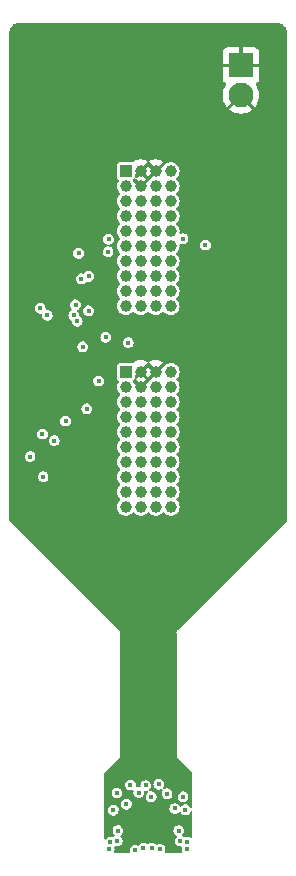
<source format=gbr>
%TF.GenerationSoftware,KiCad,Pcbnew,(6.0.0)*%
%TF.CreationDate,2022-08-13T16:18:09-04:00*%
%TF.ProjectId,eib-24-nanoz-adapter,6569622d-3234-42d6-9e61-6e6f7a2d6164,A*%
%TF.SameCoordinates,Original*%
%TF.FileFunction,Copper,L4,Bot*%
%TF.FilePolarity,Positive*%
%FSLAX46Y46*%
G04 Gerber Fmt 4.6, Leading zero omitted, Abs format (unit mm)*
G04 Created by KiCad (PCBNEW (6.0.0)) date 2022-08-13 16:18:09*
%MOMM*%
%LPD*%
G01*
G04 APERTURE LIST*
%TA.AperFunction,ComponentPad*%
%ADD10C,2.100000*%
%TD*%
%TA.AperFunction,ComponentPad*%
%ADD11R,2.100000X2.100000*%
%TD*%
%TA.AperFunction,ComponentPad*%
%ADD12R,0.990000X0.990000*%
%TD*%
%TA.AperFunction,ComponentPad*%
%ADD13C,0.990000*%
%TD*%
%TA.AperFunction,ViaPad*%
%ADD14C,0.400000*%
%TD*%
G04 APERTURE END LIST*
D10*
%TO.P,J1,2,Pin_2*%
%TO.N,/REF*%
X147850000Y-97870000D03*
D11*
%TO.P,J1,1,Pin_1*%
X147850000Y-95330000D03*
%TD*%
D12*
%TO.P,J4,A1,A1*%
%TO.N,/E13*%
X138095000Y-121285000D03*
D13*
%TO.P,J4,A2,A2*%
%TO.N,/E15*%
X138095000Y-122555000D03*
%TO.P,J4,A3,A3*%
%TO.N,/E17*%
X138095000Y-123825000D03*
%TO.P,J4,A4,A4*%
%TO.N,/E19*%
X138095000Y-125095000D03*
%TO.P,J4,A5,A5*%
%TO.N,/E21*%
X138095000Y-126365000D03*
%TO.P,J4,A6,A6*%
%TO.N,/E23*%
X138095000Y-127635000D03*
%TO.P,J4,A7,A7*%
%TO.N,unconnected-(J4-PadA7)*%
X138095000Y-128905000D03*
%TO.P,J4,A8,A8*%
%TO.N,unconnected-(J4-PadA8)*%
X138095000Y-130175000D03*
%TO.P,J4,A9,A9*%
%TO.N,unconnected-(J4-PadA9)*%
X138095000Y-131445000D03*
%TO.P,J4,A10,A10*%
%TO.N,unconnected-(J4-PadA10)*%
X138095000Y-132715000D03*
%TO.P,J4,B1,B1*%
%TO.N,/REF*%
X139365000Y-121285000D03*
%TO.P,J4,B2,B2*%
X139365000Y-122555000D03*
%TO.P,J4,B3,B3*%
%TO.N,unconnected-(J4-PadB3)*%
X139365000Y-123825000D03*
%TO.P,J4,B4,B4*%
%TO.N,unconnected-(J4-PadB4)*%
X139365000Y-125095000D03*
%TO.P,J4,B5,B5*%
%TO.N,/E20*%
X139365000Y-126365000D03*
%TO.P,J4,B6,B6*%
%TO.N,/E22*%
X139365000Y-127635000D03*
%TO.P,J4,B7,B7*%
%TO.N,unconnected-(J4-PadB7)*%
X139365000Y-128905000D03*
%TO.P,J4,B8,B8*%
%TO.N,unconnected-(J4-PadB8)*%
X139365000Y-130175000D03*
%TO.P,J4,B9,B9*%
%TO.N,unconnected-(J4-PadB9)*%
X139365000Y-131445000D03*
%TO.P,J4,B10,B10*%
%TO.N,unconnected-(J4-PadB10)*%
X139365000Y-132715000D03*
%TO.P,J4,C1,C1*%
%TO.N,/REF*%
X140635000Y-121285000D03*
%TO.P,J4,C2,C2*%
%TO.N,unconnected-(J4-PadC2)*%
X140635000Y-122555000D03*
%TO.P,J4,C3,C3*%
%TO.N,unconnected-(J4-PadC3)*%
X140635000Y-123825000D03*
%TO.P,J4,C4,C4*%
%TO.N,unconnected-(J4-PadC4)*%
X140635000Y-125095000D03*
%TO.P,J4,C5,C5*%
%TO.N,unconnected-(J4-PadC5)*%
X140635000Y-126365000D03*
%TO.P,J4,C6,C6*%
%TO.N,unconnected-(J4-PadC6)*%
X140635000Y-127635000D03*
%TO.P,J4,C7,C7*%
%TO.N,unconnected-(J4-PadC7)*%
X140635000Y-128905000D03*
%TO.P,J4,C8,C8*%
%TO.N,unconnected-(J4-PadC8)*%
X140635000Y-130175000D03*
%TO.P,J4,C9,C9*%
%TO.N,unconnected-(J4-PadC9)*%
X140635000Y-131445000D03*
%TO.P,J4,C10,C10*%
%TO.N,unconnected-(J4-PadC10)*%
X140635000Y-132715000D03*
%TO.P,J4,D1,D1*%
%TO.N,unconnected-(J4-PadD1)*%
X141905000Y-121285000D03*
%TO.P,J4,D2,D2*%
%TO.N,unconnected-(J4-PadD2)*%
X141905000Y-122555000D03*
%TO.P,J4,D3,D3*%
%TO.N,unconnected-(J4-PadD3)*%
X141905000Y-123825000D03*
%TO.P,J4,D4,D4*%
%TO.N,unconnected-(J4-PadD4)*%
X141905000Y-125095000D03*
%TO.P,J4,D5,D5*%
%TO.N,unconnected-(J4-PadD5)*%
X141905000Y-126365000D03*
%TO.P,J4,D6,D6*%
%TO.N,unconnected-(J4-PadD6)*%
X141905000Y-127635000D03*
%TO.P,J4,D7,D7*%
%TO.N,unconnected-(J4-PadD7)*%
X141905000Y-128905000D03*
%TO.P,J4,D8,D8*%
%TO.N,unconnected-(J4-PadD8)*%
X141905000Y-130175000D03*
%TO.P,J4,D9,D9*%
%TO.N,unconnected-(J4-PadD9)*%
X141905000Y-131445000D03*
%TO.P,J4,D10,D10*%
%TO.N,unconnected-(J4-PadD10)*%
X141905000Y-132715000D03*
%TD*%
%TO.P,J3,D10,D10*%
%TO.N,unconnected-(J3-PadD10)*%
X141905000Y-115715000D03*
%TO.P,J3,D9,D9*%
%TO.N,unconnected-(J3-PadD9)*%
X141905000Y-114445000D03*
%TO.P,J3,D8,D8*%
%TO.N,unconnected-(J3-PadD8)*%
X141905000Y-113175000D03*
%TO.P,J3,D7,D7*%
%TO.N,unconnected-(J3-PadD7)*%
X141905000Y-111905000D03*
%TO.P,J3,D6,D6*%
%TO.N,unconnected-(J3-PadD6)*%
X141905000Y-110635000D03*
%TO.P,J3,D5,D5*%
%TO.N,unconnected-(J3-PadD5)*%
X141905000Y-109365000D03*
%TO.P,J3,D4,D4*%
%TO.N,unconnected-(J3-PadD4)*%
X141905000Y-108095000D03*
%TO.P,J3,D3,D3*%
%TO.N,unconnected-(J3-PadD3)*%
X141905000Y-106825000D03*
%TO.P,J3,D2,D2*%
%TO.N,unconnected-(J3-PadD2)*%
X141905000Y-105555000D03*
%TO.P,J3,D1,D1*%
%TO.N,unconnected-(J3-PadD1)*%
X141905000Y-104285000D03*
%TO.P,J3,C10,C10*%
%TO.N,unconnected-(J3-PadC10)*%
X140635000Y-115715000D03*
%TO.P,J3,C9,C9*%
%TO.N,unconnected-(J3-PadC9)*%
X140635000Y-114445000D03*
%TO.P,J3,C8,C8*%
%TO.N,unconnected-(J3-PadC8)*%
X140635000Y-113175000D03*
%TO.P,J3,C7,C7*%
%TO.N,unconnected-(J3-PadC7)*%
X140635000Y-111905000D03*
%TO.P,J3,C6,C6*%
%TO.N,unconnected-(J3-PadC6)*%
X140635000Y-110635000D03*
%TO.P,J3,C5,C5*%
%TO.N,unconnected-(J3-PadC5)*%
X140635000Y-109365000D03*
%TO.P,J3,C4,C4*%
%TO.N,unconnected-(J3-PadC4)*%
X140635000Y-108095000D03*
%TO.P,J3,C3,C3*%
%TO.N,unconnected-(J3-PadC3)*%
X140635000Y-106825000D03*
%TO.P,J3,C2,C2*%
%TO.N,unconnected-(J3-PadC2)*%
X140635000Y-105555000D03*
%TO.P,J3,C1,C1*%
%TO.N,/REF*%
X140635000Y-104285000D03*
%TO.P,J3,B10,B10*%
%TO.N,/E11*%
X139365000Y-115715000D03*
%TO.P,J3,B9,B9*%
%TO.N,/E9*%
X139365000Y-114445000D03*
%TO.P,J3,B8,B8*%
%TO.N,/E7*%
X139365000Y-113175000D03*
%TO.P,J3,B7,B7*%
%TO.N,/E5*%
X139365000Y-111905000D03*
%TO.P,J3,B6,B6*%
%TO.N,/E3*%
X139365000Y-110635000D03*
%TO.P,J3,B5,B5*%
%TO.N,/E1*%
X139365000Y-109365000D03*
%TO.P,J3,B4,B4*%
%TO.N,unconnected-(J3-PadB4)*%
X139365000Y-108095000D03*
%TO.P,J3,B3,B3*%
%TO.N,unconnected-(J3-PadB3)*%
X139365000Y-106825000D03*
%TO.P,J3,B2,B2*%
%TO.N,/REF*%
X139365000Y-105555000D03*
%TO.P,J3,B1,B1*%
X139365000Y-104285000D03*
%TO.P,J3,A10,A10*%
%TO.N,/E18*%
X138095000Y-115715000D03*
%TO.P,J3,A9,A9*%
%TO.N,/E16*%
X138095000Y-114445000D03*
%TO.P,J3,A8,A8*%
%TO.N,/E14*%
X138095000Y-113175000D03*
%TO.P,J3,A7,A7*%
%TO.N,/E12*%
X138095000Y-111905000D03*
%TO.P,J3,A6,A6*%
%TO.N,/E10*%
X138095000Y-110635000D03*
%TO.P,J3,A5,A5*%
%TO.N,/E8*%
X138095000Y-109365000D03*
%TO.P,J3,A4,A4*%
%TO.N,/E6*%
X138095000Y-108095000D03*
%TO.P,J3,A3,A3*%
%TO.N,/E4*%
X138095000Y-106825000D03*
%TO.P,J3,A2,A2*%
%TO.N,/E2*%
X138095000Y-105555000D03*
D12*
%TO.P,J3,A1,A1*%
%TO.N,/E0*%
X138095000Y-104285000D03*
%TD*%
D14*
%TO.N,/E4*%
X135800000Y-122050000D03*
%TO.N,/E17*%
X134800000Y-124400000D03*
%TO.N,/E19*%
X133000000Y-125450000D03*
%TO.N,/E22*%
X131100000Y-130150000D03*
%TO.N,/E20*%
X132050000Y-127100000D03*
%TO.N,/E21*%
X131050000Y-126550000D03*
%TO.N,/E23*%
X130000000Y-128450000D03*
%TO.N,/E11*%
X131450000Y-116500000D03*
X133700000Y-116500000D03*
%TO.N,/E9*%
X130850000Y-115900000D03*
X133850000Y-115600000D03*
%TO.N,/E6*%
X134000000Y-117000000D03*
X134350000Y-113400000D03*
X136600000Y-111100000D03*
X136650000Y-110050000D03*
%TO.N,/E18*%
X134450000Y-119150000D03*
X136400000Y-118350000D03*
%TO.N,/E5*%
X134950000Y-116100000D03*
X134950000Y-113200000D03*
%TO.N,/E8*%
X134100000Y-111250000D03*
%TO.N,/E1*%
X144850000Y-110550000D03*
X142950000Y-110000000D03*
%TO.N,/E13*%
X138300000Y-118800000D03*
%TO.N,/E21*%
X137350000Y-156950000D03*
%TO.N,/E16*%
X140900000Y-156200000D03*
%TO.N,/E12*%
X143150000Y-158350000D03*
%TO.N,/E13*%
X142250000Y-158250000D03*
%TO.N,/E14*%
X142950000Y-157250000D03*
%TO.N,/E15*%
X141600000Y-157000000D03*
%TO.N,/E17*%
X140250000Y-157250000D03*
%TO.N,/E18*%
X139800000Y-156300000D03*
%TO.N,/E19*%
X139200000Y-156900000D03*
%TO.N,/E20*%
X138500000Y-156250000D03*
%TO.N,/E22*%
X138150000Y-157900000D03*
%TO.N,/E23*%
X137050000Y-158400000D03*
%TO.N,/E5*%
X140300000Y-161600000D03*
%TO.N,/E3*%
X143300000Y-161700000D03*
%TO.N,/E6*%
X139600000Y-161600000D03*
%TO.N,/E8*%
X136700000Y-161700000D03*
%TO.N,/E9*%
X136800000Y-161100000D03*
%TO.N,/E4*%
X141000000Y-161700000D03*
%TO.N,/E2*%
X143300000Y-161100000D03*
%TO.N,/E1*%
X142700000Y-161000000D03*
%TO.N,/E0*%
X142590774Y-160117244D03*
%TO.N,/E7*%
X138900000Y-161800000D03*
%TO.N,/E10*%
X137370000Y-161000000D03*
%TO.N,/E11*%
X137435748Y-160118888D03*
%TD*%
%TA.AperFunction,Conductor*%
%TO.N,/REF*%
G36*
X150984938Y-91751902D02*
G01*
X151000000Y-91754898D01*
X151009562Y-91752996D01*
X151019315Y-91752996D01*
X151019315Y-91753639D01*
X151031086Y-91753062D01*
X151106345Y-91760474D01*
X151136614Y-91763455D01*
X151155646Y-91767241D01*
X151277683Y-91804260D01*
X151295609Y-91811685D01*
X151408080Y-91871802D01*
X151424214Y-91882583D01*
X151522796Y-91963487D01*
X151536513Y-91977204D01*
X151617416Y-92075784D01*
X151628197Y-92091918D01*
X151639217Y-92112534D01*
X151688314Y-92204388D01*
X151695740Y-92222317D01*
X151720474Y-92303852D01*
X151732759Y-92344352D01*
X151736545Y-92363387D01*
X151746938Y-92468914D01*
X151746361Y-92480685D01*
X151747004Y-92480685D01*
X151747004Y-92490438D01*
X151745102Y-92500000D01*
X151747004Y-92509562D01*
X151748098Y-92515062D01*
X151750000Y-92534376D01*
X151750000Y-133855438D01*
X151731093Y-133913629D01*
X151721004Y-133925442D01*
X142497528Y-143148919D01*
X142482526Y-143161230D01*
X142469760Y-143169760D01*
X142455812Y-143190635D01*
X142414505Y-143252455D01*
X142395102Y-143350000D01*
X142397004Y-143359562D01*
X142398098Y-143365062D01*
X142400000Y-143384376D01*
X142400000Y-153765624D01*
X142398098Y-153784938D01*
X142395102Y-153800000D01*
X142400000Y-153824624D01*
X142414505Y-153897545D01*
X142469760Y-153980240D01*
X142477870Y-153985659D01*
X142482526Y-153988770D01*
X142497528Y-154001081D01*
X143721004Y-155224557D01*
X143748781Y-155279074D01*
X143750000Y-155294561D01*
X143750000Y-158124185D01*
X143731093Y-158182376D01*
X143681593Y-158218340D01*
X143620407Y-158218340D01*
X143570907Y-158182376D01*
X143560878Y-158165161D01*
X143536349Y-158111212D01*
X143536348Y-158111211D01*
X143533428Y-158104788D01*
X143469387Y-158030464D01*
X143453798Y-158012372D01*
X143453797Y-158012371D01*
X143449193Y-158007028D01*
X143443276Y-158003193D01*
X143443274Y-158003191D01*
X143346824Y-157940677D01*
X143340906Y-157936841D01*
X143334150Y-157934821D01*
X143334149Y-157934820D01*
X143259089Y-157912372D01*
X143217273Y-157899866D01*
X143140644Y-157899398D01*
X143095282Y-157899121D01*
X143088231Y-157899078D01*
X143081454Y-157901015D01*
X143081453Y-157901015D01*
X142970935Y-157932601D01*
X142970933Y-157932602D01*
X142964155Y-157934539D01*
X142855019Y-158003399D01*
X142809428Y-158055021D01*
X142756736Y-158086121D01*
X142695827Y-158080309D01*
X142649967Y-158039807D01*
X142645103Y-158030464D01*
X142636350Y-158011213D01*
X142636348Y-158011209D01*
X142633428Y-158004788D01*
X142549193Y-157907028D01*
X142543276Y-157903193D01*
X142543274Y-157903191D01*
X142446824Y-157840677D01*
X142440906Y-157836841D01*
X142434150Y-157834821D01*
X142434149Y-157834820D01*
X142391335Y-157822016D01*
X142317273Y-157799866D01*
X142240644Y-157799398D01*
X142195282Y-157799121D01*
X142188231Y-157799078D01*
X142181454Y-157801015D01*
X142181453Y-157801015D01*
X142070935Y-157832601D01*
X142070933Y-157832602D01*
X142064155Y-157834539D01*
X141955019Y-157903399D01*
X141869596Y-158000122D01*
X141814754Y-158116932D01*
X141794901Y-158244440D01*
X141795816Y-158251437D01*
X141795816Y-158251438D01*
X141797082Y-158261120D01*
X141811633Y-158372394D01*
X141814471Y-158378845D01*
X141814472Y-158378847D01*
X141858197Y-158478220D01*
X141863605Y-158490510D01*
X141903840Y-158538375D01*
X141942100Y-158583892D01*
X141942103Y-158583894D01*
X141946639Y-158589291D01*
X142054060Y-158660796D01*
X142060788Y-158662898D01*
X142060790Y-158662899D01*
X142115646Y-158680037D01*
X142177233Y-158699278D01*
X142241744Y-158700460D01*
X142299202Y-158701514D01*
X142299204Y-158701514D01*
X142306255Y-158701643D01*
X142313058Y-158699788D01*
X142313060Y-158699788D01*
X142371364Y-158683892D01*
X142430755Y-158667700D01*
X142540724Y-158600179D01*
X142591064Y-158544565D01*
X142644131Y-158514111D01*
X142704964Y-158520666D01*
X142750327Y-158561725D01*
X142755075Y-158571124D01*
X142763605Y-158590510D01*
X142800208Y-158634054D01*
X142842100Y-158683892D01*
X142842103Y-158683894D01*
X142846639Y-158689291D01*
X142954060Y-158760796D01*
X142960788Y-158762898D01*
X142960790Y-158762899D01*
X143015647Y-158780037D01*
X143077233Y-158799278D01*
X143141744Y-158800460D01*
X143199202Y-158801514D01*
X143199204Y-158801514D01*
X143206255Y-158801643D01*
X143213058Y-158799788D01*
X143213060Y-158799788D01*
X143254828Y-158788400D01*
X143330755Y-158767700D01*
X143440724Y-158700179D01*
X143455466Y-158683892D01*
X143522590Y-158609735D01*
X143522590Y-158609734D01*
X143527322Y-158604507D01*
X143561906Y-158533126D01*
X143604294Y-158489002D01*
X143664522Y-158478220D01*
X143719585Y-158504898D01*
X143748451Y-158558846D01*
X143750000Y-158576292D01*
X143750000Y-160672630D01*
X143731093Y-160730821D01*
X143681593Y-160766785D01*
X143620407Y-160766785D01*
X143597154Y-160755706D01*
X143496824Y-160690677D01*
X143490906Y-160686841D01*
X143484150Y-160684821D01*
X143484149Y-160684820D01*
X143441335Y-160672016D01*
X143367273Y-160649866D01*
X143290644Y-160649398D01*
X143245282Y-160649121D01*
X143238231Y-160649078D01*
X143231454Y-160651015D01*
X143231453Y-160651015D01*
X143120931Y-160682602D01*
X143120928Y-160682603D01*
X143114155Y-160684539D01*
X143113437Y-160684992D01*
X143055425Y-160691191D01*
X143010943Y-160664909D01*
X143009112Y-160667008D01*
X143003797Y-160662371D01*
X142999193Y-160657028D01*
X142993276Y-160653193D01*
X142993274Y-160653191D01*
X142914467Y-160602112D01*
X142875920Y-160554596D01*
X142872664Y-160493497D01*
X142894915Y-160452600D01*
X142963364Y-160376979D01*
X142963364Y-160376978D01*
X142968096Y-160371751D01*
X143024362Y-160255619D01*
X143045771Y-160128364D01*
X143045907Y-160117244D01*
X143027613Y-159989503D01*
X142974202Y-159872032D01*
X142921169Y-159810484D01*
X142894572Y-159779616D01*
X142894571Y-159779615D01*
X142889967Y-159774272D01*
X142884050Y-159770437D01*
X142884048Y-159770435D01*
X142813587Y-159724766D01*
X142781680Y-159704085D01*
X142774924Y-159702065D01*
X142774923Y-159702064D01*
X142732109Y-159689260D01*
X142658047Y-159667110D01*
X142581418Y-159666642D01*
X142536056Y-159666365D01*
X142529005Y-159666322D01*
X142522228Y-159668259D01*
X142522227Y-159668259D01*
X142411709Y-159699845D01*
X142411707Y-159699846D01*
X142404929Y-159701783D01*
X142295793Y-159770643D01*
X142210370Y-159867366D01*
X142155528Y-159984176D01*
X142135675Y-160111684D01*
X142136590Y-160118681D01*
X142136590Y-160118682D01*
X142137571Y-160126187D01*
X142152407Y-160239638D01*
X142155245Y-160246089D01*
X142155246Y-160246091D01*
X142201538Y-160351298D01*
X142204379Y-160357754D01*
X142245896Y-160407144D01*
X142282874Y-160451136D01*
X142282877Y-160451138D01*
X142287413Y-160456535D01*
X142376502Y-160515837D01*
X142414465Y-160563820D01*
X142416974Y-160624953D01*
X142395848Y-160663783D01*
X142319596Y-160750122D01*
X142264754Y-160866932D01*
X142244901Y-160994440D01*
X142245816Y-161001437D01*
X142245816Y-161001438D01*
X142247082Y-161011120D01*
X142261633Y-161122394D01*
X142264471Y-161128845D01*
X142264472Y-161128847D01*
X142306946Y-161225376D01*
X142313605Y-161240510D01*
X142355122Y-161289900D01*
X142392100Y-161333892D01*
X142392103Y-161333894D01*
X142396639Y-161339291D01*
X142504060Y-161410796D01*
X142510788Y-161412898D01*
X142510790Y-161412899D01*
X142565647Y-161430037D01*
X142627233Y-161449278D01*
X142689941Y-161450427D01*
X142749201Y-161451514D01*
X142749203Y-161451514D01*
X142756255Y-161451643D01*
X142757929Y-161451186D01*
X142815615Y-161462295D01*
X142857421Y-161506971D01*
X142864861Y-161566705D01*
X142864754Y-161566932D01*
X142864055Y-161571423D01*
X142864054Y-161571426D01*
X142862837Y-161579243D01*
X142844901Y-161694440D01*
X142845816Y-161701437D01*
X142845816Y-161701438D01*
X142847082Y-161711120D01*
X142861633Y-161822394D01*
X142864472Y-161828846D01*
X142864473Y-161828850D01*
X142878676Y-161861129D01*
X142884806Y-161922006D01*
X142853982Y-161974860D01*
X142797978Y-161999502D01*
X142788060Y-162000000D01*
X141513254Y-162000000D01*
X141455063Y-161981093D01*
X141419099Y-161931593D01*
X141419099Y-161870407D01*
X141424160Y-161857834D01*
X141430512Y-161844724D01*
X141430512Y-161844723D01*
X141433588Y-161838375D01*
X141454997Y-161711120D01*
X141455133Y-161700000D01*
X141436839Y-161572259D01*
X141383428Y-161454788D01*
X141299193Y-161357028D01*
X141293276Y-161353193D01*
X141293274Y-161353191D01*
X141196824Y-161290677D01*
X141190906Y-161286841D01*
X141184150Y-161284821D01*
X141184149Y-161284820D01*
X141109089Y-161262372D01*
X141067273Y-161249866D01*
X140990644Y-161249398D01*
X140945282Y-161249121D01*
X140938231Y-161249078D01*
X140931454Y-161251015D01*
X140931453Y-161251015D01*
X140820935Y-161282601D01*
X140820933Y-161282602D01*
X140814155Y-161284539D01*
X140762399Y-161317195D01*
X140703099Y-161332255D01*
X140646269Y-161309583D01*
X140634574Y-161298090D01*
X140603798Y-161262372D01*
X140603797Y-161262371D01*
X140599193Y-161257028D01*
X140593276Y-161253193D01*
X140593274Y-161253191D01*
X140496824Y-161190677D01*
X140490906Y-161186841D01*
X140484150Y-161184821D01*
X140484149Y-161184820D01*
X140441335Y-161172016D01*
X140367273Y-161149866D01*
X140290644Y-161149398D01*
X140245282Y-161149121D01*
X140238231Y-161149078D01*
X140231454Y-161151015D01*
X140231453Y-161151015D01*
X140120935Y-161182601D01*
X140120933Y-161182602D01*
X140114155Y-161184539D01*
X140005019Y-161253399D01*
X140003731Y-161251357D01*
X139957311Y-161270497D01*
X139895857Y-161254866D01*
X139895304Y-161254507D01*
X139790906Y-161186841D01*
X139784150Y-161184821D01*
X139784149Y-161184820D01*
X139741335Y-161172016D01*
X139667273Y-161149866D01*
X139590644Y-161149398D01*
X139545282Y-161149121D01*
X139538231Y-161149078D01*
X139531454Y-161151015D01*
X139531453Y-161151015D01*
X139420935Y-161182601D01*
X139420933Y-161182602D01*
X139414155Y-161184539D01*
X139305019Y-161253399D01*
X139219596Y-161350122D01*
X139217536Y-161354511D01*
X139170573Y-161392135D01*
X139109456Y-161395017D01*
X139095873Y-161390060D01*
X139090906Y-161386841D01*
X139084153Y-161384821D01*
X139084150Y-161384820D01*
X139009089Y-161362372D01*
X138967273Y-161349866D01*
X138890644Y-161349398D01*
X138845282Y-161349121D01*
X138838231Y-161349078D01*
X138831454Y-161351015D01*
X138831453Y-161351015D01*
X138720935Y-161382601D01*
X138720933Y-161382602D01*
X138714155Y-161384539D01*
X138708191Y-161388302D01*
X138678734Y-161406888D01*
X138605019Y-161453399D01*
X138519596Y-161550122D01*
X138464754Y-161666932D01*
X138444901Y-161794440D01*
X138445816Y-161801437D01*
X138445816Y-161801438D01*
X138457157Y-161888163D01*
X138445955Y-161948314D01*
X138401536Y-161990393D01*
X138358993Y-162000000D01*
X137213254Y-162000000D01*
X137155063Y-161981093D01*
X137119099Y-161931593D01*
X137119099Y-161870407D01*
X137124160Y-161857834D01*
X137130512Y-161844724D01*
X137130512Y-161844723D01*
X137133588Y-161838375D01*
X137154997Y-161711120D01*
X137155133Y-161700000D01*
X137136839Y-161572259D01*
X137133919Y-161565837D01*
X137131940Y-161559069D01*
X137135132Y-161558136D01*
X137129857Y-161511092D01*
X137160081Y-161457893D01*
X137215803Y-161432620D01*
X137256357Y-161436508D01*
X137290496Y-161447174D01*
X137290501Y-161447175D01*
X137297233Y-161449278D01*
X137361744Y-161450461D01*
X137419202Y-161451514D01*
X137419204Y-161451514D01*
X137426255Y-161451643D01*
X137433058Y-161449788D01*
X137433060Y-161449788D01*
X137481769Y-161436508D01*
X137550755Y-161417700D01*
X137649569Y-161357028D01*
X137654711Y-161353871D01*
X137660724Y-161350179D01*
X137665459Y-161344948D01*
X137742590Y-161259735D01*
X137742590Y-161259734D01*
X137747322Y-161254507D01*
X137798021Y-161149866D01*
X137800512Y-161144724D01*
X137800512Y-161144723D01*
X137803588Y-161138375D01*
X137824997Y-161011120D01*
X137825133Y-161000000D01*
X137806839Y-160872259D01*
X137787999Y-160830823D01*
X137756349Y-160761212D01*
X137756348Y-160761211D01*
X137753428Y-160754788D01*
X137696140Y-160688302D01*
X137673799Y-160662373D01*
X137673797Y-160662371D01*
X137669193Y-160657028D01*
X137666158Y-160655061D01*
X137635549Y-160603911D01*
X137640990Y-160542969D01*
X137680250Y-160497448D01*
X137726472Y-160469067D01*
X137731207Y-160463836D01*
X137808338Y-160378623D01*
X137808338Y-160378622D01*
X137813070Y-160373395D01*
X137869336Y-160257263D01*
X137890745Y-160130008D01*
X137890881Y-160118888D01*
X137872587Y-159991147D01*
X137819176Y-159873676D01*
X137734941Y-159775916D01*
X137729024Y-159772081D01*
X137729022Y-159772079D01*
X137632572Y-159709565D01*
X137626654Y-159705729D01*
X137619898Y-159703709D01*
X137619897Y-159703708D01*
X137577083Y-159690904D01*
X137503021Y-159668754D01*
X137426392Y-159668286D01*
X137381030Y-159668009D01*
X137373979Y-159667966D01*
X137367202Y-159669903D01*
X137367201Y-159669903D01*
X137256683Y-159701489D01*
X137256681Y-159701490D01*
X137249903Y-159703427D01*
X137140767Y-159772287D01*
X137055344Y-159869010D01*
X137000502Y-159985820D01*
X136980649Y-160113328D01*
X136981564Y-160120325D01*
X136981564Y-160120326D01*
X136982615Y-160128364D01*
X136997381Y-160241282D01*
X137000219Y-160247733D01*
X137000220Y-160247735D01*
X137006483Y-160261968D01*
X137049353Y-160359398D01*
X137132387Y-160458179D01*
X137138255Y-160462085D01*
X137139690Y-160463368D01*
X137170468Y-160516248D01*
X137164285Y-160577120D01*
X137126533Y-160620896D01*
X137075019Y-160653399D01*
X137070350Y-160658685D01*
X137066190Y-160662226D01*
X137009622Y-160685542D01*
X136973659Y-160681683D01*
X136867273Y-160649866D01*
X136790644Y-160649398D01*
X136745282Y-160649121D01*
X136738231Y-160649078D01*
X136731454Y-160651015D01*
X136731453Y-160651015D01*
X136620935Y-160682601D01*
X136620933Y-160682602D01*
X136614155Y-160684539D01*
X136505019Y-160753399D01*
X136423204Y-160846037D01*
X136370512Y-160877137D01*
X136309603Y-160871325D01*
X136263743Y-160830823D01*
X136250000Y-160780502D01*
X136250000Y-158394440D01*
X136594901Y-158394440D01*
X136595816Y-158401437D01*
X136595816Y-158401438D01*
X136597082Y-158411120D01*
X136611633Y-158522394D01*
X136614471Y-158528845D01*
X136614472Y-158528847D01*
X136660764Y-158634054D01*
X136663605Y-158640510D01*
X136682425Y-158662899D01*
X136742100Y-158733892D01*
X136742103Y-158733894D01*
X136746639Y-158739291D01*
X136854060Y-158810796D01*
X136860788Y-158812898D01*
X136860790Y-158812899D01*
X136915647Y-158830037D01*
X136977233Y-158849278D01*
X137041744Y-158850460D01*
X137099202Y-158851514D01*
X137099204Y-158851514D01*
X137106255Y-158851643D01*
X137113058Y-158849788D01*
X137113060Y-158849788D01*
X137154828Y-158838400D01*
X137230755Y-158817700D01*
X137340724Y-158750179D01*
X137384657Y-158701643D01*
X137422590Y-158659735D01*
X137422590Y-158659734D01*
X137427322Y-158654507D01*
X137483588Y-158538375D01*
X137504997Y-158411120D01*
X137505133Y-158400000D01*
X137486839Y-158272259D01*
X137433428Y-158154788D01*
X137349193Y-158057028D01*
X137343276Y-158053193D01*
X137343274Y-158053191D01*
X137261396Y-158000122D01*
X137240906Y-157986841D01*
X137234150Y-157984821D01*
X137234149Y-157984820D01*
X137191335Y-157972016D01*
X137117273Y-157949866D01*
X137040644Y-157949398D01*
X136995282Y-157949121D01*
X136988231Y-157949078D01*
X136981454Y-157951015D01*
X136981453Y-157951015D01*
X136870935Y-157982601D01*
X136870933Y-157982602D01*
X136864155Y-157984539D01*
X136858191Y-157988302D01*
X136834264Y-158003399D01*
X136755019Y-158053399D01*
X136669596Y-158150122D01*
X136614754Y-158266932D01*
X136594901Y-158394440D01*
X136250000Y-158394440D01*
X136250000Y-157894440D01*
X137694901Y-157894440D01*
X137695816Y-157901437D01*
X137695816Y-157901438D01*
X137696764Y-157908684D01*
X137711633Y-158022394D01*
X137714471Y-158028845D01*
X137714472Y-158028847D01*
X137753230Y-158116932D01*
X137763605Y-158140510D01*
X137798797Y-158182376D01*
X137842100Y-158233892D01*
X137842103Y-158233894D01*
X137846639Y-158239291D01*
X137954060Y-158310796D01*
X137960788Y-158312898D01*
X137960790Y-158312899D01*
X138015646Y-158330037D01*
X138077233Y-158349278D01*
X138141744Y-158350460D01*
X138199202Y-158351514D01*
X138199204Y-158351514D01*
X138206255Y-158351643D01*
X138213058Y-158349788D01*
X138213060Y-158349788D01*
X138254828Y-158338400D01*
X138330755Y-158317700D01*
X138440724Y-158250179D01*
X138502096Y-158182376D01*
X138522590Y-158159735D01*
X138522590Y-158159734D01*
X138527322Y-158154507D01*
X138583588Y-158038375D01*
X138598285Y-157951015D01*
X138604363Y-157914891D01*
X138604363Y-157914886D01*
X138604997Y-157911120D01*
X138605133Y-157900000D01*
X138586839Y-157772259D01*
X138533428Y-157654788D01*
X138449193Y-157557028D01*
X138443276Y-157553193D01*
X138443274Y-157553191D01*
X138346824Y-157490677D01*
X138340906Y-157486841D01*
X138334150Y-157484821D01*
X138334149Y-157484820D01*
X138291335Y-157472016D01*
X138217273Y-157449866D01*
X138140644Y-157449398D01*
X138095282Y-157449121D01*
X138088231Y-157449078D01*
X138081454Y-157451015D01*
X138081453Y-157451015D01*
X137970935Y-157482601D01*
X137970933Y-157482602D01*
X137964155Y-157484539D01*
X137855019Y-157553399D01*
X137769596Y-157650122D01*
X137714754Y-157766932D01*
X137694901Y-157894440D01*
X136250000Y-157894440D01*
X136250000Y-156944440D01*
X136894901Y-156944440D01*
X136895816Y-156951437D01*
X136895816Y-156951438D01*
X136897082Y-156961120D01*
X136911633Y-157072394D01*
X136914471Y-157078845D01*
X136914472Y-157078847D01*
X136960764Y-157184054D01*
X136963605Y-157190510D01*
X137000071Y-157233892D01*
X137042100Y-157283892D01*
X137042103Y-157283894D01*
X137046639Y-157289291D01*
X137154060Y-157360796D01*
X137160788Y-157362898D01*
X137160790Y-157362899D01*
X137215647Y-157380037D01*
X137277233Y-157399278D01*
X137341744Y-157400461D01*
X137399202Y-157401514D01*
X137399204Y-157401514D01*
X137406255Y-157401643D01*
X137413058Y-157399788D01*
X137413060Y-157399788D01*
X137454921Y-157388375D01*
X137530755Y-157367700D01*
X137640724Y-157300179D01*
X137672665Y-157264891D01*
X137722590Y-157209735D01*
X137722590Y-157209734D01*
X137727322Y-157204507D01*
X137783588Y-157088375D01*
X137797362Y-157006504D01*
X137804363Y-156964891D01*
X137804363Y-156964886D01*
X137804997Y-156961120D01*
X137805133Y-156950000D01*
X137786839Y-156822259D01*
X137753731Y-156749442D01*
X137736349Y-156711212D01*
X137736348Y-156711211D01*
X137733428Y-156704788D01*
X137658389Y-156617700D01*
X137653798Y-156612372D01*
X137653797Y-156612371D01*
X137649193Y-156607028D01*
X137643276Y-156603193D01*
X137643274Y-156603191D01*
X137546824Y-156540677D01*
X137540906Y-156536841D01*
X137534150Y-156534821D01*
X137534149Y-156534820D01*
X137449245Y-156509428D01*
X137417273Y-156499866D01*
X137340644Y-156499398D01*
X137295282Y-156499121D01*
X137288231Y-156499078D01*
X137281454Y-156501015D01*
X137281453Y-156501015D01*
X137170935Y-156532601D01*
X137170933Y-156532602D01*
X137164155Y-156534539D01*
X137055019Y-156603399D01*
X136969596Y-156700122D01*
X136914754Y-156816932D01*
X136894901Y-156944440D01*
X136250000Y-156944440D01*
X136250000Y-156244440D01*
X138044901Y-156244440D01*
X138045816Y-156251437D01*
X138045816Y-156251438D01*
X138047082Y-156261120D01*
X138061633Y-156372394D01*
X138064471Y-156378845D01*
X138064472Y-156378847D01*
X138095680Y-156449772D01*
X138113605Y-156490510D01*
X138148986Y-156532601D01*
X138192100Y-156583892D01*
X138192103Y-156583894D01*
X138196639Y-156589291D01*
X138304060Y-156660796D01*
X138310788Y-156662898D01*
X138310790Y-156662899D01*
X138357430Y-156677470D01*
X138427233Y-156699278D01*
X138491744Y-156700460D01*
X138549202Y-156701514D01*
X138549204Y-156701514D01*
X138556255Y-156701643D01*
X138563058Y-156699788D01*
X138563060Y-156699788D01*
X138637254Y-156679560D01*
X138698369Y-156682496D01*
X138746086Y-156720793D01*
X138762180Y-156779824D01*
X138761115Y-156790302D01*
X138744901Y-156894440D01*
X138745816Y-156901437D01*
X138745816Y-156901438D01*
X138746764Y-156908684D01*
X138761633Y-157022394D01*
X138764471Y-157028845D01*
X138764472Y-157028847D01*
X138806297Y-157123902D01*
X138813605Y-157140510D01*
X138850208Y-157184054D01*
X138892100Y-157233892D01*
X138892103Y-157233894D01*
X138896639Y-157239291D01*
X139004060Y-157310796D01*
X139010788Y-157312898D01*
X139010790Y-157312899D01*
X139065646Y-157330037D01*
X139127233Y-157349278D01*
X139191744Y-157350461D01*
X139249202Y-157351514D01*
X139249204Y-157351514D01*
X139256255Y-157351643D01*
X139263058Y-157349788D01*
X139263060Y-157349788D01*
X139321364Y-157333892D01*
X139380755Y-157317700D01*
X139490724Y-157250179D01*
X139532064Y-157204507D01*
X139572590Y-157159735D01*
X139572590Y-157159734D01*
X139577322Y-157154507D01*
X139633588Y-157038375D01*
X139647228Y-156957299D01*
X139654363Y-156914891D01*
X139654363Y-156914886D01*
X139654997Y-156911120D01*
X139655133Y-156900000D01*
X139649792Y-156862706D01*
X139660259Y-156802422D01*
X139704160Y-156759804D01*
X139749606Y-156749688D01*
X139780338Y-156750251D01*
X139849205Y-156751514D01*
X139849207Y-156751514D01*
X139856255Y-156751643D01*
X139860412Y-156750510D01*
X139919258Y-156761844D01*
X139961063Y-156806520D01*
X139968623Y-156867237D01*
X139945614Y-156914048D01*
X139927882Y-156934126D01*
X139869596Y-157000122D01*
X139814754Y-157116932D01*
X139794901Y-157244440D01*
X139795816Y-157251437D01*
X139795816Y-157251438D01*
X139796901Y-157259735D01*
X139811633Y-157372394D01*
X139814471Y-157378845D01*
X139814472Y-157378847D01*
X139845519Y-157449407D01*
X139863605Y-157490510D01*
X139905122Y-157539900D01*
X139942100Y-157583892D01*
X139942103Y-157583894D01*
X139946639Y-157589291D01*
X140054060Y-157660796D01*
X140060788Y-157662898D01*
X140060790Y-157662899D01*
X140115646Y-157680037D01*
X140177233Y-157699278D01*
X140241744Y-157700460D01*
X140299202Y-157701514D01*
X140299204Y-157701514D01*
X140306255Y-157701643D01*
X140313058Y-157699788D01*
X140313060Y-157699788D01*
X140354828Y-157688400D01*
X140430755Y-157667700D01*
X140540724Y-157600179D01*
X140574945Y-157562372D01*
X140622590Y-157509735D01*
X140622590Y-157509734D01*
X140627322Y-157504507D01*
X140672725Y-157410796D01*
X140680512Y-157394724D01*
X140680512Y-157394723D01*
X140683588Y-157388375D01*
X140704997Y-157261120D01*
X140705133Y-157250000D01*
X140686839Y-157122259D01*
X140641433Y-157022394D01*
X140636349Y-157011212D01*
X140636348Y-157011211D01*
X140633428Y-157004788D01*
X140549193Y-156907028D01*
X140543276Y-156903193D01*
X140543274Y-156903191D01*
X140446824Y-156840677D01*
X140440906Y-156836841D01*
X140434150Y-156834821D01*
X140434149Y-156834820D01*
X140370675Y-156815837D01*
X140317273Y-156799866D01*
X140240644Y-156799398D01*
X140195282Y-156799121D01*
X140188231Y-156799078D01*
X140188046Y-156799131D01*
X140130925Y-156788852D01*
X140088577Y-156744690D01*
X140080274Y-156684071D01*
X140104311Y-156635168D01*
X140120123Y-156617700D01*
X140177322Y-156554507D01*
X140225772Y-156454507D01*
X140230512Y-156444724D01*
X140230512Y-156444723D01*
X140233588Y-156438375D01*
X140250412Y-156338375D01*
X140254363Y-156314891D01*
X140254363Y-156314886D01*
X140254997Y-156311120D01*
X140255133Y-156300000D01*
X140240016Y-156194440D01*
X140444901Y-156194440D01*
X140445816Y-156201437D01*
X140445816Y-156201438D01*
X140447082Y-156211120D01*
X140461633Y-156322394D01*
X140464471Y-156328845D01*
X140464472Y-156328847D01*
X140509230Y-156430567D01*
X140513605Y-156440510D01*
X140550208Y-156484054D01*
X140592100Y-156533892D01*
X140592103Y-156533894D01*
X140596639Y-156539291D01*
X140704060Y-156610796D01*
X140710788Y-156612898D01*
X140710790Y-156612899D01*
X140765647Y-156630037D01*
X140827233Y-156649278D01*
X140891744Y-156650460D01*
X140949202Y-156651514D01*
X140949204Y-156651514D01*
X140956255Y-156651643D01*
X140963058Y-156649788D01*
X140963060Y-156649788D01*
X141016684Y-156635168D01*
X141080755Y-156617700D01*
X141086764Y-156614010D01*
X141093238Y-156611209D01*
X141094271Y-156613596D01*
X141142501Y-156601970D01*
X141199050Y-156625331D01*
X141231069Y-156677470D01*
X141226326Y-156738472D01*
X141221013Y-156748517D01*
X141219596Y-156750122D01*
X141216600Y-156756504D01*
X141216599Y-156756505D01*
X141196241Y-156799866D01*
X141164754Y-156866932D01*
X141144901Y-156994440D01*
X141145816Y-157001437D01*
X141145816Y-157001438D01*
X141147082Y-157011120D01*
X141161633Y-157122394D01*
X141164471Y-157128845D01*
X141164472Y-157128847D01*
X141210693Y-157233892D01*
X141213605Y-157240510D01*
X141250071Y-157283892D01*
X141292100Y-157333892D01*
X141292103Y-157333894D01*
X141296639Y-157339291D01*
X141404060Y-157410796D01*
X141410788Y-157412898D01*
X141410790Y-157412899D01*
X141465647Y-157430037D01*
X141527233Y-157449278D01*
X141591744Y-157450460D01*
X141649202Y-157451514D01*
X141649204Y-157451514D01*
X141656255Y-157451643D01*
X141663058Y-157449788D01*
X141663060Y-157449788D01*
X141704828Y-157438400D01*
X141780755Y-157417700D01*
X141890724Y-157350179D01*
X141905466Y-157333892D01*
X141972590Y-157259735D01*
X141972590Y-157259734D01*
X141977322Y-157254507D01*
X141982199Y-157244440D01*
X142494901Y-157244440D01*
X142495816Y-157251437D01*
X142495816Y-157251438D01*
X142496901Y-157259735D01*
X142511633Y-157372394D01*
X142514471Y-157378845D01*
X142514472Y-157378847D01*
X142545519Y-157449407D01*
X142563605Y-157490510D01*
X142605122Y-157539900D01*
X142642100Y-157583892D01*
X142642103Y-157583894D01*
X142646639Y-157589291D01*
X142754060Y-157660796D01*
X142760788Y-157662898D01*
X142760790Y-157662899D01*
X142815646Y-157680037D01*
X142877233Y-157699278D01*
X142941744Y-157700460D01*
X142999202Y-157701514D01*
X142999204Y-157701514D01*
X143006255Y-157701643D01*
X143013058Y-157699788D01*
X143013060Y-157699788D01*
X143054828Y-157688400D01*
X143130755Y-157667700D01*
X143240724Y-157600179D01*
X143274945Y-157562372D01*
X143322590Y-157509735D01*
X143322590Y-157509734D01*
X143327322Y-157504507D01*
X143372725Y-157410796D01*
X143380512Y-157394724D01*
X143380512Y-157394723D01*
X143383588Y-157388375D01*
X143404997Y-157261120D01*
X143405133Y-157250000D01*
X143386839Y-157122259D01*
X143341433Y-157022394D01*
X143336349Y-157011212D01*
X143336348Y-157011211D01*
X143333428Y-157004788D01*
X143249193Y-156907028D01*
X143243276Y-156903193D01*
X143243274Y-156903191D01*
X143146824Y-156840677D01*
X143140906Y-156836841D01*
X143134150Y-156834821D01*
X143134149Y-156834820D01*
X143070675Y-156815837D01*
X143017273Y-156799866D01*
X142940644Y-156799398D01*
X142895282Y-156799121D01*
X142888231Y-156799078D01*
X142881454Y-156801015D01*
X142881453Y-156801015D01*
X142770935Y-156832601D01*
X142770933Y-156832602D01*
X142764155Y-156834539D01*
X142655019Y-156903399D01*
X142569596Y-157000122D01*
X142514754Y-157116932D01*
X142494901Y-157244440D01*
X141982199Y-157244440D01*
X142033588Y-157138375D01*
X142052015Y-157028847D01*
X142054363Y-157014891D01*
X142054363Y-157014886D01*
X142054997Y-157011120D01*
X142055054Y-157006504D01*
X142055086Y-157003825D01*
X142055133Y-157000000D01*
X142036839Y-156872259D01*
X141983428Y-156754788D01*
X141899193Y-156657028D01*
X141893276Y-156653193D01*
X141893274Y-156653191D01*
X141816131Y-156603191D01*
X141790906Y-156586841D01*
X141784150Y-156584821D01*
X141784149Y-156584820D01*
X141741335Y-156572016D01*
X141667273Y-156549866D01*
X141590644Y-156549398D01*
X141545282Y-156549121D01*
X141538231Y-156549078D01*
X141531454Y-156551015D01*
X141531453Y-156551015D01*
X141481541Y-156565280D01*
X141414155Y-156584539D01*
X141408194Y-156588300D01*
X141406008Y-156589278D01*
X141345169Y-156595780D01*
X141292128Y-156565280D01*
X141267144Y-156509428D01*
X141278588Y-156455120D01*
X141277322Y-156454507D01*
X141330512Y-156344724D01*
X141330512Y-156344723D01*
X141333588Y-156338375D01*
X141347228Y-156257299D01*
X141354363Y-156214891D01*
X141354363Y-156214886D01*
X141354997Y-156211120D01*
X141355133Y-156200000D01*
X141336839Y-156072259D01*
X141283428Y-155954788D01*
X141199193Y-155857028D01*
X141193276Y-155853193D01*
X141193274Y-155853191D01*
X141096824Y-155790677D01*
X141090906Y-155786841D01*
X141084150Y-155784821D01*
X141084149Y-155784820D01*
X141041335Y-155772016D01*
X140967273Y-155749866D01*
X140890644Y-155749398D01*
X140845282Y-155749121D01*
X140838231Y-155749078D01*
X140831454Y-155751015D01*
X140831453Y-155751015D01*
X140720935Y-155782601D01*
X140720933Y-155782602D01*
X140714155Y-155784539D01*
X140605019Y-155853399D01*
X140519596Y-155950122D01*
X140464754Y-156066932D01*
X140444901Y-156194440D01*
X140240016Y-156194440D01*
X140236839Y-156172259D01*
X140183428Y-156054788D01*
X140099193Y-155957028D01*
X140093276Y-155953193D01*
X140093274Y-155953191D01*
X140016131Y-155903191D01*
X139990906Y-155886841D01*
X139984150Y-155884821D01*
X139984149Y-155884820D01*
X139909089Y-155862372D01*
X139867273Y-155849866D01*
X139790644Y-155849398D01*
X139745282Y-155849121D01*
X139738231Y-155849078D01*
X139731454Y-155851015D01*
X139731453Y-155851015D01*
X139620935Y-155882601D01*
X139620933Y-155882602D01*
X139614155Y-155884539D01*
X139608191Y-155888302D01*
X139584264Y-155903399D01*
X139505019Y-155953399D01*
X139419596Y-156050122D01*
X139364754Y-156166932D01*
X139344901Y-156294440D01*
X139345816Y-156301437D01*
X139345816Y-156301438D01*
X139347082Y-156311120D01*
X139349737Y-156331418D01*
X139350589Y-156337937D01*
X139339387Y-156398088D01*
X139294968Y-156440167D01*
X139251822Y-156449772D01*
X139159740Y-156449209D01*
X139145282Y-156449121D01*
X139138231Y-156449078D01*
X139131450Y-156451016D01*
X139063386Y-156470468D01*
X139002240Y-156468279D01*
X138954059Y-156430567D01*
X138937245Y-156371737D01*
X138938553Y-156358862D01*
X138954997Y-156261120D01*
X138955133Y-156250000D01*
X138936839Y-156122259D01*
X138883428Y-156004788D01*
X138799193Y-155907028D01*
X138793276Y-155903193D01*
X138793274Y-155903191D01*
X138710935Y-155849823D01*
X138690906Y-155836841D01*
X138684150Y-155834821D01*
X138684149Y-155834820D01*
X138641335Y-155822016D01*
X138567273Y-155799866D01*
X138490644Y-155799398D01*
X138445282Y-155799121D01*
X138438231Y-155799078D01*
X138431454Y-155801015D01*
X138431453Y-155801015D01*
X138320935Y-155832601D01*
X138320933Y-155832602D01*
X138314155Y-155834539D01*
X138308191Y-155838302D01*
X138284264Y-155853399D01*
X138205019Y-155903399D01*
X138119596Y-156000122D01*
X138064754Y-156116932D01*
X138044901Y-156244440D01*
X136250000Y-156244440D01*
X136250000Y-155294561D01*
X136268907Y-155236370D01*
X136278996Y-155224557D01*
X137502472Y-154001081D01*
X137517474Y-153988770D01*
X137522130Y-153985659D01*
X137530240Y-153980240D01*
X137554450Y-153944007D01*
X137585495Y-153897546D01*
X137604898Y-153800000D01*
X137601902Y-153784938D01*
X137600000Y-153765624D01*
X137600000Y-143384376D01*
X137601902Y-143365062D01*
X137602996Y-143359562D01*
X137604898Y-143350000D01*
X137585495Y-143252454D01*
X137544188Y-143190635D01*
X137530240Y-143169760D01*
X137517474Y-143161230D01*
X137502472Y-143148919D01*
X128278996Y-133925443D01*
X128251219Y-133870926D01*
X128250000Y-133855439D01*
X128250000Y-132704525D01*
X137344856Y-132704525D01*
X137347937Y-132735947D01*
X137360637Y-132865477D01*
X137360638Y-132865482D01*
X137361177Y-132870979D01*
X137413970Y-133029680D01*
X137416835Y-133034411D01*
X137416837Y-133034415D01*
X137497744Y-133168008D01*
X137497747Y-133168012D01*
X137500611Y-133172741D01*
X137504453Y-133176720D01*
X137504455Y-133176722D01*
X137530059Y-133203235D01*
X137616794Y-133293052D01*
X137756744Y-133384633D01*
X137838577Y-133415066D01*
X137908313Y-133441001D01*
X137908315Y-133441002D01*
X137913506Y-133442932D01*
X137918998Y-133443665D01*
X137918999Y-133443665D01*
X137965684Y-133449894D01*
X138079289Y-133465052D01*
X138084795Y-133464551D01*
X138084797Y-133464551D01*
X138162571Y-133457473D01*
X138245852Y-133449894D01*
X138273222Y-133441001D01*
X138399653Y-133399921D01*
X138399655Y-133399920D01*
X138404918Y-133398210D01*
X138409674Y-133395375D01*
X138409676Y-133395374D01*
X138543830Y-133315402D01*
X138548581Y-133312570D01*
X138663394Y-133203235D01*
X138718573Y-133176798D01*
X138778753Y-133187843D01*
X138802879Y-133206155D01*
X138842217Y-133246891D01*
X138882950Y-133289072D01*
X138882953Y-133289074D01*
X138886794Y-133293052D01*
X139026744Y-133384633D01*
X139108577Y-133415066D01*
X139178313Y-133441001D01*
X139178315Y-133441002D01*
X139183506Y-133442932D01*
X139188998Y-133443665D01*
X139188999Y-133443665D01*
X139235684Y-133449894D01*
X139349289Y-133465052D01*
X139354795Y-133464551D01*
X139354797Y-133464551D01*
X139432571Y-133457473D01*
X139515852Y-133449894D01*
X139543222Y-133441001D01*
X139669653Y-133399921D01*
X139669655Y-133399920D01*
X139674918Y-133398210D01*
X139679674Y-133395375D01*
X139679676Y-133395374D01*
X139813830Y-133315402D01*
X139818581Y-133312570D01*
X139933394Y-133203235D01*
X139988573Y-133176798D01*
X140048753Y-133187843D01*
X140072879Y-133206155D01*
X140112217Y-133246891D01*
X140152950Y-133289072D01*
X140152953Y-133289074D01*
X140156794Y-133293052D01*
X140296744Y-133384633D01*
X140378577Y-133415066D01*
X140448313Y-133441001D01*
X140448315Y-133441002D01*
X140453506Y-133442932D01*
X140458998Y-133443665D01*
X140458999Y-133443665D01*
X140505684Y-133449894D01*
X140619289Y-133465052D01*
X140624795Y-133464551D01*
X140624797Y-133464551D01*
X140702571Y-133457473D01*
X140785852Y-133449894D01*
X140813222Y-133441001D01*
X140939653Y-133399921D01*
X140939655Y-133399920D01*
X140944918Y-133398210D01*
X140949674Y-133395375D01*
X140949676Y-133395374D01*
X141083830Y-133315402D01*
X141088581Y-133312570D01*
X141203394Y-133203235D01*
X141258573Y-133176798D01*
X141318753Y-133187843D01*
X141342879Y-133206155D01*
X141382217Y-133246891D01*
X141422950Y-133289072D01*
X141422953Y-133289074D01*
X141426794Y-133293052D01*
X141566744Y-133384633D01*
X141648577Y-133415066D01*
X141718313Y-133441001D01*
X141718315Y-133441002D01*
X141723506Y-133442932D01*
X141728998Y-133443665D01*
X141728999Y-133443665D01*
X141775684Y-133449894D01*
X141889289Y-133465052D01*
X141894795Y-133464551D01*
X141894797Y-133464551D01*
X141972571Y-133457473D01*
X142055852Y-133449894D01*
X142083222Y-133441001D01*
X142209653Y-133399921D01*
X142209655Y-133399920D01*
X142214918Y-133398210D01*
X142219674Y-133395375D01*
X142219676Y-133395374D01*
X142353830Y-133315402D01*
X142358581Y-133312570D01*
X142479700Y-133197230D01*
X142493326Y-133176722D01*
X142569192Y-133062533D01*
X142572255Y-133057923D01*
X142631648Y-132901571D01*
X142654925Y-132735947D01*
X142655217Y-132715000D01*
X142654660Y-132710028D01*
X142637191Y-132554296D01*
X142636574Y-132548791D01*
X142581570Y-132390842D01*
X142492940Y-132249004D01*
X142393509Y-132148876D01*
X142365923Y-132094263D01*
X142375706Y-132033865D01*
X142395484Y-132007428D01*
X142479700Y-131927230D01*
X142572255Y-131787923D01*
X142631648Y-131631571D01*
X142654925Y-131465947D01*
X142655217Y-131445000D01*
X142654660Y-131440028D01*
X142637191Y-131284296D01*
X142636574Y-131278791D01*
X142581570Y-131120842D01*
X142492940Y-130979004D01*
X142393509Y-130878876D01*
X142365923Y-130824263D01*
X142375706Y-130763865D01*
X142395484Y-130737428D01*
X142479700Y-130657230D01*
X142516718Y-130601514D01*
X142569192Y-130522533D01*
X142572255Y-130517923D01*
X142578996Y-130500179D01*
X142629682Y-130366746D01*
X142631648Y-130361571D01*
X142654925Y-130195947D01*
X142655217Y-130175000D01*
X142654660Y-130170028D01*
X142638269Y-130023902D01*
X142636574Y-130008791D01*
X142581570Y-129850842D01*
X142537255Y-129779923D01*
X142495872Y-129713696D01*
X142495871Y-129713695D01*
X142492940Y-129709004D01*
X142393509Y-129608876D01*
X142365923Y-129554263D01*
X142375706Y-129493865D01*
X142395484Y-129467428D01*
X142479700Y-129387230D01*
X142572255Y-129247923D01*
X142631648Y-129091571D01*
X142654925Y-128925947D01*
X142655217Y-128905000D01*
X142654841Y-128901643D01*
X142643874Y-128803871D01*
X142636574Y-128738791D01*
X142581570Y-128580842D01*
X142492940Y-128439004D01*
X142393509Y-128338876D01*
X142365923Y-128284263D01*
X142375706Y-128223865D01*
X142395484Y-128197428D01*
X142479700Y-128117230D01*
X142489028Y-128103191D01*
X142569192Y-127982533D01*
X142572255Y-127977923D01*
X142631648Y-127821571D01*
X142654925Y-127655947D01*
X142655217Y-127635000D01*
X142654660Y-127630028D01*
X142641521Y-127512899D01*
X142636574Y-127468791D01*
X142581570Y-127310842D01*
X142536288Y-127238375D01*
X142495872Y-127173696D01*
X142495871Y-127173695D01*
X142492940Y-127169004D01*
X142393509Y-127068876D01*
X142365923Y-127014263D01*
X142375706Y-126953865D01*
X142395484Y-126927428D01*
X142479700Y-126847230D01*
X142513798Y-126795909D01*
X142569192Y-126712533D01*
X142572255Y-126707923D01*
X142579709Y-126688302D01*
X142626588Y-126564891D01*
X142631648Y-126551571D01*
X142654925Y-126385947D01*
X142655217Y-126365000D01*
X142654660Y-126360028D01*
X142638097Y-126212372D01*
X142636574Y-126198791D01*
X142581570Y-126040842D01*
X142492940Y-125899004D01*
X142393509Y-125798876D01*
X142365923Y-125744263D01*
X142375706Y-125683865D01*
X142395484Y-125657428D01*
X142479700Y-125577230D01*
X142572255Y-125437923D01*
X142631648Y-125281571D01*
X142654925Y-125115947D01*
X142655103Y-125103191D01*
X142655174Y-125098117D01*
X142655174Y-125098110D01*
X142655217Y-125095000D01*
X142654660Y-125090028D01*
X142644541Y-124999823D01*
X142636574Y-124928791D01*
X142581570Y-124770842D01*
X142492940Y-124629004D01*
X142393509Y-124528876D01*
X142365923Y-124474263D01*
X142375706Y-124413865D01*
X142395484Y-124387428D01*
X142479700Y-124307230D01*
X142498295Y-124279243D01*
X142569192Y-124172533D01*
X142572255Y-124167923D01*
X142574805Y-124161212D01*
X142629682Y-124016746D01*
X142631648Y-124011571D01*
X142654925Y-123845947D01*
X142655217Y-123825000D01*
X142654660Y-123820028D01*
X142637191Y-123664296D01*
X142636574Y-123658791D01*
X142581570Y-123500842D01*
X142492940Y-123359004D01*
X142393509Y-123258876D01*
X142365923Y-123204263D01*
X142375706Y-123143865D01*
X142395484Y-123117428D01*
X142479700Y-123037230D01*
X142572255Y-122897923D01*
X142631648Y-122741571D01*
X142654925Y-122575947D01*
X142655217Y-122555000D01*
X142654660Y-122550028D01*
X142644886Y-122462899D01*
X142636574Y-122388791D01*
X142581570Y-122230842D01*
X142492940Y-122089004D01*
X142393510Y-121988877D01*
X142365923Y-121934263D01*
X142375706Y-121873865D01*
X142395484Y-121847428D01*
X142479700Y-121767230D01*
X142572255Y-121627923D01*
X142582477Y-121601015D01*
X142629682Y-121476746D01*
X142631648Y-121471571D01*
X142654925Y-121305947D01*
X142655217Y-121285000D01*
X142654564Y-121279172D01*
X142637191Y-121124296D01*
X142636574Y-121118791D01*
X142581570Y-120960842D01*
X142492940Y-120819004D01*
X142375089Y-120700327D01*
X142295203Y-120649630D01*
X142238544Y-120613673D01*
X142238542Y-120613672D01*
X142233873Y-120610709D01*
X142124219Y-120571663D01*
X142081526Y-120556461D01*
X142081524Y-120556461D01*
X142076313Y-120554605D01*
X142056849Y-120552284D01*
X141915733Y-120535456D01*
X141915730Y-120535456D01*
X141910237Y-120534801D01*
X141743902Y-120552284D01*
X141664738Y-120579233D01*
X141590815Y-120604398D01*
X141590811Y-120604400D01*
X141585573Y-120606183D01*
X141580863Y-120609081D01*
X141580858Y-120609083D01*
X141454913Y-120686566D01*
X141452695Y-120687261D01*
X141430219Y-120701913D01*
X139435004Y-122697128D01*
X139380487Y-122724905D01*
X139320055Y-122715334D01*
X139294996Y-122697128D01*
X138728737Y-122130869D01*
X138700960Y-122076352D01*
X138710531Y-122015920D01*
X138743739Y-121978550D01*
X138762490Y-121966021D01*
X138762491Y-121966020D01*
X138770601Y-121960601D01*
X138788200Y-121934263D01*
X138788714Y-121933493D01*
X138836763Y-121895613D01*
X138897901Y-121893209D01*
X138939755Y-121922377D01*
X138942132Y-121920000D01*
X139353914Y-122331782D01*
X139365797Y-122337836D01*
X139370828Y-122337040D01*
X139776782Y-121931086D01*
X139782836Y-121919203D01*
X139782040Y-121914172D01*
X139376086Y-121508218D01*
X139364203Y-121502164D01*
X139359172Y-121502960D01*
X139009504Y-121852628D01*
X138954987Y-121880405D01*
X138894555Y-121870834D01*
X138851290Y-121827569D01*
X138840500Y-121782624D01*
X138840500Y-121638376D01*
X138859407Y-121580185D01*
X138869496Y-121568372D01*
X139152071Y-121285797D01*
X139582164Y-121285797D01*
X139582960Y-121290828D01*
X139988914Y-121696782D01*
X140000797Y-121702836D01*
X140005828Y-121702040D01*
X140411782Y-121296086D01*
X140417836Y-121284203D01*
X140417040Y-121279172D01*
X140011086Y-120873218D01*
X139999203Y-120867164D01*
X139994172Y-120867960D01*
X139588218Y-121273914D01*
X139582164Y-121285797D01*
X139152071Y-121285797D01*
X139929996Y-120507872D01*
X139974171Y-120485365D01*
X140017788Y-120485365D01*
X140044945Y-120489666D01*
X140070004Y-120507872D01*
X140623914Y-121061782D01*
X140635797Y-121067836D01*
X140640828Y-121067040D01*
X141214559Y-120493309D01*
X141220613Y-120481426D01*
X141220180Y-120478692D01*
X141217829Y-120475757D01*
X141197821Y-120459205D01*
X141189827Y-120453813D01*
X141026698Y-120365608D01*
X141017827Y-120361879D01*
X140840663Y-120307038D01*
X140831229Y-120305101D01*
X140646796Y-120285716D01*
X140637158Y-120285649D01*
X140452474Y-120302456D01*
X140443008Y-120304262D01*
X140265110Y-120356621D01*
X140256169Y-120360234D01*
X140091836Y-120446145D01*
X140083759Y-120451430D01*
X140062840Y-120468250D01*
X140017788Y-120485365D01*
X139974171Y-120485365D01*
X139979209Y-120482798D01*
X139946598Y-120473938D01*
X139937697Y-120467376D01*
X139927816Y-120459201D01*
X139919827Y-120453813D01*
X139756698Y-120365608D01*
X139747827Y-120361879D01*
X139570663Y-120307038D01*
X139561229Y-120305101D01*
X139376796Y-120285716D01*
X139367158Y-120285649D01*
X139182474Y-120302456D01*
X139173008Y-120304262D01*
X138995110Y-120356621D01*
X138986169Y-120360234D01*
X138821836Y-120446145D01*
X138813760Y-120451429D01*
X138722482Y-120524819D01*
X138665284Y-120546547D01*
X138641134Y-120544763D01*
X138626841Y-120541920D01*
X138614674Y-120539500D01*
X137575326Y-120539500D01*
X137502260Y-120554034D01*
X137419399Y-120609399D01*
X137364034Y-120692260D01*
X137349500Y-120765326D01*
X137349500Y-121804674D01*
X137364034Y-121877740D01*
X137419399Y-121960601D01*
X137427509Y-121966020D01*
X137458465Y-121986704D01*
X137496345Y-122034754D01*
X137498747Y-122095892D01*
X137486681Y-122122648D01*
X137423022Y-122221427D01*
X137365818Y-122378592D01*
X137344856Y-122544525D01*
X137347937Y-122575947D01*
X137360637Y-122705477D01*
X137360638Y-122705482D01*
X137361177Y-122710979D01*
X137413970Y-122869680D01*
X137416835Y-122874411D01*
X137416837Y-122874415D01*
X137497744Y-123008008D01*
X137497747Y-123008012D01*
X137500611Y-123012741D01*
X137504454Y-123016721D01*
X137504459Y-123016727D01*
X137606450Y-123122341D01*
X137633273Y-123177334D01*
X137622648Y-123237589D01*
X137604504Y-123261844D01*
X137513623Y-123350841D01*
X137423022Y-123491427D01*
X137365818Y-123648592D01*
X137344856Y-123814525D01*
X137347937Y-123845947D01*
X137360637Y-123975477D01*
X137360638Y-123975482D01*
X137361177Y-123980979D01*
X137413970Y-124139680D01*
X137416835Y-124144411D01*
X137416837Y-124144415D01*
X137497744Y-124278008D01*
X137497747Y-124278012D01*
X137500611Y-124282741D01*
X137504454Y-124286721D01*
X137504459Y-124286727D01*
X137606450Y-124392341D01*
X137633273Y-124447334D01*
X137622648Y-124507589D01*
X137604504Y-124531844D01*
X137513623Y-124620841D01*
X137423022Y-124761427D01*
X137365818Y-124918592D01*
X137344856Y-125084525D01*
X137347937Y-125115947D01*
X137360637Y-125245477D01*
X137360638Y-125245482D01*
X137361177Y-125250979D01*
X137413970Y-125409680D01*
X137416835Y-125414411D01*
X137416837Y-125414415D01*
X137497744Y-125548008D01*
X137497747Y-125548012D01*
X137500611Y-125552741D01*
X137504454Y-125556721D01*
X137504459Y-125556727D01*
X137606450Y-125662341D01*
X137633273Y-125717334D01*
X137622648Y-125777589D01*
X137604504Y-125801844D01*
X137513623Y-125890841D01*
X137423022Y-126031427D01*
X137365818Y-126188592D01*
X137344856Y-126354525D01*
X137352182Y-126429243D01*
X137360637Y-126515477D01*
X137360638Y-126515482D01*
X137361177Y-126520979D01*
X137413970Y-126679680D01*
X137416835Y-126684411D01*
X137416837Y-126684415D01*
X137497744Y-126818008D01*
X137497747Y-126818012D01*
X137500611Y-126822741D01*
X137504454Y-126826721D01*
X137504459Y-126826727D01*
X137606450Y-126932341D01*
X137633273Y-126987334D01*
X137622648Y-127047589D01*
X137604504Y-127071844D01*
X137513623Y-127160841D01*
X137423022Y-127301427D01*
X137365818Y-127458592D01*
X137344856Y-127624525D01*
X137347937Y-127655947D01*
X137360637Y-127785477D01*
X137360638Y-127785482D01*
X137361177Y-127790979D01*
X137413970Y-127949680D01*
X137416835Y-127954411D01*
X137416837Y-127954415D01*
X137497744Y-128088008D01*
X137497747Y-128088012D01*
X137500611Y-128092741D01*
X137504454Y-128096721D01*
X137504459Y-128096727D01*
X137606450Y-128202341D01*
X137633273Y-128257334D01*
X137622648Y-128317589D01*
X137604504Y-128341844D01*
X137513623Y-128430841D01*
X137510625Y-128435493D01*
X137508362Y-128439004D01*
X137423022Y-128571427D01*
X137365818Y-128728592D01*
X137344856Y-128894525D01*
X137347937Y-128925947D01*
X137360637Y-129055477D01*
X137360638Y-129055482D01*
X137361177Y-129060979D01*
X137413970Y-129219680D01*
X137416835Y-129224411D01*
X137416837Y-129224415D01*
X137497744Y-129358008D01*
X137497747Y-129358012D01*
X137500611Y-129362741D01*
X137504454Y-129366721D01*
X137504459Y-129366727D01*
X137606450Y-129472341D01*
X137633273Y-129527334D01*
X137622648Y-129587589D01*
X137604504Y-129611844D01*
X137513623Y-129700841D01*
X137423022Y-129841427D01*
X137365818Y-129998592D01*
X137344856Y-130164525D01*
X137347937Y-130195947D01*
X137360637Y-130325477D01*
X137360638Y-130325482D01*
X137361177Y-130330979D01*
X137413970Y-130489680D01*
X137416835Y-130494411D01*
X137416837Y-130494415D01*
X137497744Y-130628008D01*
X137497747Y-130628012D01*
X137500611Y-130632741D01*
X137504454Y-130636721D01*
X137504459Y-130636727D01*
X137606450Y-130742341D01*
X137633273Y-130797334D01*
X137622648Y-130857589D01*
X137604504Y-130881844D01*
X137513623Y-130970841D01*
X137423022Y-131111427D01*
X137365818Y-131268592D01*
X137344856Y-131434525D01*
X137347937Y-131465947D01*
X137360637Y-131595477D01*
X137360638Y-131595482D01*
X137361177Y-131600979D01*
X137413970Y-131759680D01*
X137416835Y-131764411D01*
X137416837Y-131764415D01*
X137497744Y-131898008D01*
X137497747Y-131898012D01*
X137500611Y-131902741D01*
X137504454Y-131906721D01*
X137504459Y-131906727D01*
X137606450Y-132012341D01*
X137633273Y-132067334D01*
X137622648Y-132127589D01*
X137604504Y-132151844D01*
X137513623Y-132240841D01*
X137423022Y-132381427D01*
X137365818Y-132538592D01*
X137344856Y-132704525D01*
X128250000Y-132704525D01*
X128250000Y-130144440D01*
X130644901Y-130144440D01*
X130645816Y-130151437D01*
X130645816Y-130151438D01*
X130647082Y-130161120D01*
X130661633Y-130272394D01*
X130664471Y-130278845D01*
X130664472Y-130278847D01*
X130710764Y-130384054D01*
X130713605Y-130390510D01*
X130755122Y-130439900D01*
X130792100Y-130483892D01*
X130792103Y-130483894D01*
X130796639Y-130489291D01*
X130904060Y-130560796D01*
X130910788Y-130562898D01*
X130910790Y-130562899D01*
X130965647Y-130580037D01*
X131027233Y-130599278D01*
X131091744Y-130600461D01*
X131149202Y-130601514D01*
X131149204Y-130601514D01*
X131156255Y-130601643D01*
X131163058Y-130599788D01*
X131163060Y-130599788D01*
X131204828Y-130588400D01*
X131280755Y-130567700D01*
X131390724Y-130500179D01*
X131477322Y-130404507D01*
X131533588Y-130288375D01*
X131549662Y-130192830D01*
X131554363Y-130164891D01*
X131554363Y-130164886D01*
X131554997Y-130161120D01*
X131555133Y-130150000D01*
X131536839Y-130022259D01*
X131483428Y-129904788D01*
X131399193Y-129807028D01*
X131393276Y-129803193D01*
X131393274Y-129803191D01*
X131296824Y-129740677D01*
X131290906Y-129736841D01*
X131284150Y-129734821D01*
X131284149Y-129734820D01*
X131213516Y-129713696D01*
X131167273Y-129699866D01*
X131090644Y-129699398D01*
X131045282Y-129699121D01*
X131038231Y-129699078D01*
X131031454Y-129701015D01*
X131031453Y-129701015D01*
X130920935Y-129732601D01*
X130920933Y-129732602D01*
X130914155Y-129734539D01*
X130805019Y-129803399D01*
X130719596Y-129900122D01*
X130664754Y-130016932D01*
X130644901Y-130144440D01*
X128250000Y-130144440D01*
X128250000Y-128444440D01*
X129544901Y-128444440D01*
X129545816Y-128451437D01*
X129545816Y-128451438D01*
X129547082Y-128461120D01*
X129561633Y-128572394D01*
X129564471Y-128578845D01*
X129564472Y-128578847D01*
X129571458Y-128594724D01*
X129613605Y-128690510D01*
X129650236Y-128734088D01*
X129692100Y-128783892D01*
X129692103Y-128783894D01*
X129696639Y-128789291D01*
X129804060Y-128860796D01*
X129810788Y-128862898D01*
X129810790Y-128862899D01*
X129865647Y-128880037D01*
X129927233Y-128899278D01*
X129991744Y-128900460D01*
X130049202Y-128901514D01*
X130049204Y-128901514D01*
X130056255Y-128901643D01*
X130063058Y-128899788D01*
X130063060Y-128899788D01*
X130104828Y-128888400D01*
X130180755Y-128867700D01*
X130290724Y-128800179D01*
X130350547Y-128734088D01*
X130372590Y-128709735D01*
X130372590Y-128709734D01*
X130377322Y-128704507D01*
X130433588Y-128588375D01*
X130454997Y-128461120D01*
X130455133Y-128450000D01*
X130436839Y-128322259D01*
X130392102Y-128223865D01*
X130386349Y-128211212D01*
X130386348Y-128211211D01*
X130383428Y-128204788D01*
X130299193Y-128107028D01*
X130293276Y-128103193D01*
X130293274Y-128103191D01*
X130196824Y-128040677D01*
X130190906Y-128036841D01*
X130184150Y-128034821D01*
X130184149Y-128034820D01*
X130141335Y-128022016D01*
X130067273Y-127999866D01*
X129990644Y-127999398D01*
X129945282Y-127999121D01*
X129938231Y-127999078D01*
X129931454Y-128001015D01*
X129931453Y-128001015D01*
X129820935Y-128032601D01*
X129820933Y-128032602D01*
X129814155Y-128034539D01*
X129705019Y-128103399D01*
X129619596Y-128200122D01*
X129564754Y-128316932D01*
X129544901Y-128444440D01*
X128250000Y-128444440D01*
X128250000Y-127094440D01*
X131594901Y-127094440D01*
X131595816Y-127101437D01*
X131595816Y-127101438D01*
X131597082Y-127111120D01*
X131611633Y-127222394D01*
X131614471Y-127228845D01*
X131614472Y-127228847D01*
X131660764Y-127334054D01*
X131663605Y-127340510D01*
X131705122Y-127389901D01*
X131742100Y-127433892D01*
X131742103Y-127433894D01*
X131746639Y-127439291D01*
X131854060Y-127510796D01*
X131860788Y-127512898D01*
X131860790Y-127512899D01*
X131915647Y-127530037D01*
X131977233Y-127549278D01*
X132041744Y-127550460D01*
X132099202Y-127551514D01*
X132099204Y-127551514D01*
X132106255Y-127551643D01*
X132113058Y-127549788D01*
X132113060Y-127549788D01*
X132154828Y-127538400D01*
X132230755Y-127517700D01*
X132340724Y-127450179D01*
X132427322Y-127354507D01*
X132483588Y-127238375D01*
X132495259Y-127169004D01*
X132504363Y-127114891D01*
X132504363Y-127114886D01*
X132504997Y-127111120D01*
X132505133Y-127100000D01*
X132486839Y-126972259D01*
X132451688Y-126894948D01*
X132436349Y-126861212D01*
X132436348Y-126861211D01*
X132433428Y-126854788D01*
X132349193Y-126757028D01*
X132343276Y-126753193D01*
X132343274Y-126753191D01*
X132272813Y-126707522D01*
X132240906Y-126686841D01*
X132234150Y-126684821D01*
X132234149Y-126684820D01*
X132169224Y-126665403D01*
X132117273Y-126649866D01*
X132040644Y-126649398D01*
X131995282Y-126649121D01*
X131988231Y-126649078D01*
X131981454Y-126651015D01*
X131981453Y-126651015D01*
X131870935Y-126682601D01*
X131870933Y-126682602D01*
X131864155Y-126684539D01*
X131755019Y-126753399D01*
X131669596Y-126850122D01*
X131614754Y-126966932D01*
X131594901Y-127094440D01*
X128250000Y-127094440D01*
X128250000Y-126544440D01*
X130594901Y-126544440D01*
X130595816Y-126551437D01*
X130595816Y-126551438D01*
X130597082Y-126561120D01*
X130611633Y-126672394D01*
X130614471Y-126678845D01*
X130614472Y-126678847D01*
X130649601Y-126758684D01*
X130663605Y-126790510D01*
X130705122Y-126839901D01*
X130742100Y-126883892D01*
X130742103Y-126883894D01*
X130746639Y-126889291D01*
X130854060Y-126960796D01*
X130860788Y-126962898D01*
X130860790Y-126962899D01*
X130913105Y-126979243D01*
X130977233Y-126999278D01*
X131041744Y-127000461D01*
X131099202Y-127001514D01*
X131099204Y-127001514D01*
X131106255Y-127001643D01*
X131113058Y-126999788D01*
X131113060Y-126999788D01*
X131158739Y-126987334D01*
X131230755Y-126967700D01*
X131340724Y-126900179D01*
X131383216Y-126853235D01*
X131422590Y-126809735D01*
X131422590Y-126809734D01*
X131427322Y-126804507D01*
X131483588Y-126688375D01*
X131504997Y-126561120D01*
X131505051Y-126556746D01*
X131505086Y-126553825D01*
X131505133Y-126550000D01*
X131486839Y-126422259D01*
X131433428Y-126304788D01*
X131349193Y-126207028D01*
X131343276Y-126203193D01*
X131343274Y-126203191D01*
X131246824Y-126140677D01*
X131240906Y-126136841D01*
X131234150Y-126134821D01*
X131234149Y-126134820D01*
X131191335Y-126122016D01*
X131117273Y-126099866D01*
X131040644Y-126099398D01*
X130995282Y-126099121D01*
X130988231Y-126099078D01*
X130981454Y-126101015D01*
X130981453Y-126101015D01*
X130870935Y-126132601D01*
X130870933Y-126132602D01*
X130864155Y-126134539D01*
X130755019Y-126203399D01*
X130669596Y-126300122D01*
X130614754Y-126416932D01*
X130594901Y-126544440D01*
X128250000Y-126544440D01*
X128250000Y-125444440D01*
X132544901Y-125444440D01*
X132545816Y-125451437D01*
X132545816Y-125451438D01*
X132547082Y-125461120D01*
X132561633Y-125572394D01*
X132564471Y-125578845D01*
X132564472Y-125578847D01*
X132571458Y-125594724D01*
X132613605Y-125690510D01*
X132646941Y-125730168D01*
X132692100Y-125783892D01*
X132692103Y-125783894D01*
X132696639Y-125789291D01*
X132804060Y-125860796D01*
X132810788Y-125862898D01*
X132810790Y-125862899D01*
X132852939Y-125876067D01*
X132927233Y-125899278D01*
X132991744Y-125900461D01*
X133049202Y-125901514D01*
X133049204Y-125901514D01*
X133056255Y-125901643D01*
X133063058Y-125899788D01*
X133063060Y-125899788D01*
X133110074Y-125886970D01*
X133180755Y-125867700D01*
X133290724Y-125800179D01*
X133311171Y-125777590D01*
X133372590Y-125709735D01*
X133372590Y-125709734D01*
X133377322Y-125704507D01*
X133433588Y-125588375D01*
X133454997Y-125461120D01*
X133455133Y-125450000D01*
X133436839Y-125322259D01*
X133383428Y-125204788D01*
X133306878Y-125115947D01*
X133303798Y-125112372D01*
X133303797Y-125112371D01*
X133299193Y-125107028D01*
X133293276Y-125103193D01*
X133293274Y-125103191D01*
X133196824Y-125040677D01*
X133190906Y-125036841D01*
X133184150Y-125034821D01*
X133184149Y-125034820D01*
X133141335Y-125022016D01*
X133067273Y-124999866D01*
X132990644Y-124999398D01*
X132945282Y-124999121D01*
X132938231Y-124999078D01*
X132931454Y-125001015D01*
X132931453Y-125001015D01*
X132820935Y-125032601D01*
X132820933Y-125032602D01*
X132814155Y-125034539D01*
X132705019Y-125103399D01*
X132619596Y-125200122D01*
X132564754Y-125316932D01*
X132544901Y-125444440D01*
X128250000Y-125444440D01*
X128250000Y-124394440D01*
X134344901Y-124394440D01*
X134345816Y-124401437D01*
X134345816Y-124401438D01*
X134347082Y-124411120D01*
X134361633Y-124522394D01*
X134364471Y-124528845D01*
X134364472Y-124528847D01*
X134410764Y-124634054D01*
X134413605Y-124640510D01*
X134455122Y-124689900D01*
X134492100Y-124733892D01*
X134492103Y-124733894D01*
X134496639Y-124739291D01*
X134604060Y-124810796D01*
X134610788Y-124812898D01*
X134610790Y-124812899D01*
X134665646Y-124830037D01*
X134727233Y-124849278D01*
X134791744Y-124850461D01*
X134849202Y-124851514D01*
X134849204Y-124851514D01*
X134856255Y-124851643D01*
X134863058Y-124849788D01*
X134863060Y-124849788D01*
X134904828Y-124838400D01*
X134980755Y-124817700D01*
X135090724Y-124750179D01*
X135177322Y-124654507D01*
X135233588Y-124538375D01*
X135246773Y-124460002D01*
X135254363Y-124414891D01*
X135254363Y-124414886D01*
X135254997Y-124411120D01*
X135255133Y-124400000D01*
X135236839Y-124272259D01*
X135183428Y-124154788D01*
X135099193Y-124057028D01*
X135093276Y-124053193D01*
X135093274Y-124053191D01*
X134996824Y-123990677D01*
X134990906Y-123986841D01*
X134984150Y-123984821D01*
X134984149Y-123984820D01*
X134941335Y-123972016D01*
X134867273Y-123949866D01*
X134790644Y-123949398D01*
X134745282Y-123949121D01*
X134738231Y-123949078D01*
X134731454Y-123951015D01*
X134731453Y-123951015D01*
X134620935Y-123982601D01*
X134620933Y-123982602D01*
X134614155Y-123984539D01*
X134505019Y-124053399D01*
X134419596Y-124150122D01*
X134364754Y-124266932D01*
X134344901Y-124394440D01*
X128250000Y-124394440D01*
X128250000Y-122044440D01*
X135344901Y-122044440D01*
X135345816Y-122051437D01*
X135345816Y-122051438D01*
X135347082Y-122061120D01*
X135361633Y-122172394D01*
X135364471Y-122178845D01*
X135364472Y-122178847D01*
X135410764Y-122284054D01*
X135413605Y-122290510D01*
X135448298Y-122331782D01*
X135492100Y-122383892D01*
X135492103Y-122383894D01*
X135496639Y-122389291D01*
X135604060Y-122460796D01*
X135610788Y-122462898D01*
X135610790Y-122462899D01*
X135665646Y-122480037D01*
X135727233Y-122499278D01*
X135791744Y-122500460D01*
X135849202Y-122501514D01*
X135849204Y-122501514D01*
X135856255Y-122501643D01*
X135863058Y-122499788D01*
X135863060Y-122499788D01*
X135904828Y-122488400D01*
X135980755Y-122467700D01*
X136090724Y-122400179D01*
X136177322Y-122304507D01*
X136233588Y-122188375D01*
X136250966Y-122085079D01*
X136254363Y-122064891D01*
X136254363Y-122064886D01*
X136254997Y-122061120D01*
X136255133Y-122050000D01*
X136236839Y-121922259D01*
X136183428Y-121804788D01*
X136099193Y-121707028D01*
X136093276Y-121703193D01*
X136093274Y-121703191D01*
X135996824Y-121640677D01*
X135990906Y-121636841D01*
X135984150Y-121634821D01*
X135984149Y-121634820D01*
X135941335Y-121622016D01*
X135867273Y-121599866D01*
X135790644Y-121599398D01*
X135745282Y-121599121D01*
X135738231Y-121599078D01*
X135731454Y-121601015D01*
X135731453Y-121601015D01*
X135620935Y-121632601D01*
X135620933Y-121632602D01*
X135614155Y-121634539D01*
X135505019Y-121703399D01*
X135419596Y-121800122D01*
X135364754Y-121916932D01*
X135344901Y-122044440D01*
X128250000Y-122044440D01*
X128250000Y-119144440D01*
X133994901Y-119144440D01*
X133995816Y-119151437D01*
X133995816Y-119151438D01*
X133997082Y-119161120D01*
X134011633Y-119272394D01*
X134014471Y-119278845D01*
X134014472Y-119278847D01*
X134021458Y-119294724D01*
X134063605Y-119390510D01*
X134105122Y-119439900D01*
X134142100Y-119483892D01*
X134142103Y-119483894D01*
X134146639Y-119489291D01*
X134254060Y-119560796D01*
X134260788Y-119562898D01*
X134260790Y-119562899D01*
X134315647Y-119580037D01*
X134377233Y-119599278D01*
X134441744Y-119600460D01*
X134499202Y-119601514D01*
X134499204Y-119601514D01*
X134506255Y-119601643D01*
X134513058Y-119599788D01*
X134513060Y-119599788D01*
X134554828Y-119588400D01*
X134630755Y-119567700D01*
X134740724Y-119500179D01*
X134827322Y-119404507D01*
X134883588Y-119288375D01*
X134904997Y-119161120D01*
X134905133Y-119150000D01*
X134886839Y-119022259D01*
X134841433Y-118922394D01*
X134836349Y-118911212D01*
X134836348Y-118911211D01*
X134833428Y-118904788D01*
X134749193Y-118807028D01*
X134743276Y-118803193D01*
X134743274Y-118803191D01*
X134646824Y-118740677D01*
X134640906Y-118736841D01*
X134634150Y-118734821D01*
X134634149Y-118734820D01*
X134530664Y-118703871D01*
X134517273Y-118699866D01*
X134440644Y-118699398D01*
X134395282Y-118699121D01*
X134388231Y-118699078D01*
X134381454Y-118701015D01*
X134381453Y-118701015D01*
X134270935Y-118732601D01*
X134270933Y-118732602D01*
X134264155Y-118734539D01*
X134155019Y-118803399D01*
X134069596Y-118900122D01*
X134014754Y-119016932D01*
X133994901Y-119144440D01*
X128250000Y-119144440D01*
X128250000Y-118344440D01*
X135944901Y-118344440D01*
X135945816Y-118351437D01*
X135945816Y-118351438D01*
X135947082Y-118361120D01*
X135961633Y-118472394D01*
X135964471Y-118478845D01*
X135964472Y-118478847D01*
X136010764Y-118584054D01*
X136013605Y-118590510D01*
X136055122Y-118639901D01*
X136092100Y-118683892D01*
X136092103Y-118683894D01*
X136096639Y-118689291D01*
X136204060Y-118760796D01*
X136210788Y-118762898D01*
X136210790Y-118762899D01*
X136265647Y-118780037D01*
X136327233Y-118799278D01*
X136391744Y-118800460D01*
X136449202Y-118801514D01*
X136449204Y-118801514D01*
X136456255Y-118801643D01*
X136463058Y-118799788D01*
X136463060Y-118799788D01*
X136482676Y-118794440D01*
X137844901Y-118794440D01*
X137845816Y-118801437D01*
X137845816Y-118801438D01*
X137846764Y-118808684D01*
X137861633Y-118922394D01*
X137864471Y-118928845D01*
X137864472Y-118928847D01*
X137903230Y-119016932D01*
X137913605Y-119040510D01*
X137955122Y-119089900D01*
X137992100Y-119133892D01*
X137992103Y-119133894D01*
X137996639Y-119139291D01*
X138104060Y-119210796D01*
X138110788Y-119212898D01*
X138110790Y-119212899D01*
X138165647Y-119230037D01*
X138227233Y-119249278D01*
X138291744Y-119250460D01*
X138349202Y-119251514D01*
X138349204Y-119251514D01*
X138356255Y-119251643D01*
X138363058Y-119249788D01*
X138363060Y-119249788D01*
X138404828Y-119238400D01*
X138480755Y-119217700D01*
X138590724Y-119150179D01*
X138677322Y-119054507D01*
X138733588Y-118938375D01*
X138754997Y-118811120D01*
X138755133Y-118800000D01*
X138736839Y-118672259D01*
X138699670Y-118590510D01*
X138686349Y-118561212D01*
X138686348Y-118561211D01*
X138683428Y-118554788D01*
X138620209Y-118481418D01*
X138603798Y-118462372D01*
X138603797Y-118462371D01*
X138599193Y-118457028D01*
X138593276Y-118453193D01*
X138593274Y-118453191D01*
X138496824Y-118390677D01*
X138490906Y-118386841D01*
X138484150Y-118384821D01*
X138484149Y-118384820D01*
X138417512Y-118364891D01*
X138367273Y-118349866D01*
X138290644Y-118349398D01*
X138245282Y-118349121D01*
X138238231Y-118349078D01*
X138231454Y-118351015D01*
X138231453Y-118351015D01*
X138120935Y-118382601D01*
X138120933Y-118382602D01*
X138114155Y-118384539D01*
X138005019Y-118453399D01*
X137919596Y-118550122D01*
X137864754Y-118666932D01*
X137844901Y-118794440D01*
X136482676Y-118794440D01*
X136508255Y-118787466D01*
X136580755Y-118767700D01*
X136690724Y-118700179D01*
X136777322Y-118604507D01*
X136833588Y-118488375D01*
X136844596Y-118422941D01*
X136854363Y-118364891D01*
X136854363Y-118364886D01*
X136854997Y-118361120D01*
X136855133Y-118350000D01*
X136836839Y-118222259D01*
X136783428Y-118104788D01*
X136699193Y-118007028D01*
X136693276Y-118003193D01*
X136693274Y-118003191D01*
X136596824Y-117940677D01*
X136590906Y-117936841D01*
X136584150Y-117934821D01*
X136584149Y-117934820D01*
X136541335Y-117922016D01*
X136467273Y-117899866D01*
X136390644Y-117899398D01*
X136345282Y-117899121D01*
X136338231Y-117899078D01*
X136331454Y-117901015D01*
X136331453Y-117901015D01*
X136220935Y-117932601D01*
X136220933Y-117932602D01*
X136214155Y-117934539D01*
X136105019Y-118003399D01*
X136019596Y-118100122D01*
X135964754Y-118216932D01*
X135944901Y-118344440D01*
X128250000Y-118344440D01*
X128250000Y-115894440D01*
X130394901Y-115894440D01*
X130395816Y-115901437D01*
X130395816Y-115901438D01*
X130397082Y-115911120D01*
X130411633Y-116022394D01*
X130414471Y-116028845D01*
X130414472Y-116028847D01*
X130450673Y-116111120D01*
X130463605Y-116140510D01*
X130505122Y-116189901D01*
X130542100Y-116233892D01*
X130542103Y-116233894D01*
X130546639Y-116239291D01*
X130654060Y-116310796D01*
X130660788Y-116312898D01*
X130660790Y-116312899D01*
X130715647Y-116330037D01*
X130777233Y-116349278D01*
X130857704Y-116350753D01*
X130903354Y-116351590D01*
X130961188Y-116371560D01*
X130996239Y-116421711D01*
X130999360Y-116465803D01*
X130994901Y-116494440D01*
X130995816Y-116501437D01*
X130995816Y-116501438D01*
X130996747Y-116508559D01*
X131011633Y-116622394D01*
X131014471Y-116628845D01*
X131014472Y-116628847D01*
X131060764Y-116734054D01*
X131063605Y-116740510D01*
X131081007Y-116761212D01*
X131142100Y-116833892D01*
X131142103Y-116833894D01*
X131146639Y-116839291D01*
X131254060Y-116910796D01*
X131260788Y-116912898D01*
X131260790Y-116912899D01*
X131305426Y-116926844D01*
X131377233Y-116949278D01*
X131441744Y-116950461D01*
X131499202Y-116951514D01*
X131499204Y-116951514D01*
X131506255Y-116951643D01*
X131513058Y-116949788D01*
X131513060Y-116949788D01*
X131554828Y-116938400D01*
X131630755Y-116917700D01*
X131740724Y-116850179D01*
X131827322Y-116754507D01*
X131883588Y-116638375D01*
X131898556Y-116549407D01*
X131904363Y-116514891D01*
X131904363Y-116514886D01*
X131904997Y-116511120D01*
X131905133Y-116500000D01*
X131904337Y-116494440D01*
X133244901Y-116494440D01*
X133245816Y-116501437D01*
X133245816Y-116501438D01*
X133246747Y-116508559D01*
X133261633Y-116622394D01*
X133264471Y-116628845D01*
X133264472Y-116628847D01*
X133310764Y-116734054D01*
X133313605Y-116740510D01*
X133331007Y-116761212D01*
X133392100Y-116833892D01*
X133392103Y-116833894D01*
X133396639Y-116839291D01*
X133498189Y-116906888D01*
X133501784Y-116909281D01*
X133539748Y-116957265D01*
X133545510Y-116990531D01*
X133544901Y-116994440D01*
X133561633Y-117122394D01*
X133564471Y-117128845D01*
X133564472Y-117128847D01*
X133571458Y-117144724D01*
X133613605Y-117240510D01*
X133655122Y-117289901D01*
X133692100Y-117333892D01*
X133692103Y-117333894D01*
X133696639Y-117339291D01*
X133804060Y-117410796D01*
X133810788Y-117412898D01*
X133810790Y-117412899D01*
X133865646Y-117430037D01*
X133927233Y-117449278D01*
X133991744Y-117450461D01*
X134049202Y-117451514D01*
X134049204Y-117451514D01*
X134056255Y-117451643D01*
X134063058Y-117449788D01*
X134063060Y-117449788D01*
X134104828Y-117438400D01*
X134180755Y-117417700D01*
X134290724Y-117350179D01*
X134377322Y-117254507D01*
X134433588Y-117138375D01*
X134454997Y-117011120D01*
X134455133Y-117000000D01*
X134436839Y-116872259D01*
X134383428Y-116754788D01*
X134299193Y-116657028D01*
X134200175Y-116592849D01*
X134161628Y-116545333D01*
X134155028Y-116508559D01*
X134155044Y-116507299D01*
X134155133Y-116500000D01*
X134136839Y-116372259D01*
X134083428Y-116254788D01*
X134007528Y-116166701D01*
X133983867Y-116110276D01*
X133987596Y-116094440D01*
X134494901Y-116094440D01*
X134495816Y-116101437D01*
X134495816Y-116101438D01*
X134496972Y-116110276D01*
X134511633Y-116222394D01*
X134514471Y-116228845D01*
X134514472Y-116228847D01*
X134550868Y-116311563D01*
X134563605Y-116340510D01*
X134598149Y-116381605D01*
X134642100Y-116433892D01*
X134642103Y-116433894D01*
X134646639Y-116439291D01*
X134754060Y-116510796D01*
X134760788Y-116512898D01*
X134760790Y-116512899D01*
X134815646Y-116530037D01*
X134877233Y-116549278D01*
X134941744Y-116550460D01*
X134999202Y-116551514D01*
X134999204Y-116551514D01*
X135006255Y-116551643D01*
X135013058Y-116549788D01*
X135013060Y-116549788D01*
X135054828Y-116538400D01*
X135130755Y-116517700D01*
X135240724Y-116450179D01*
X135311254Y-116372259D01*
X135322590Y-116359735D01*
X135322590Y-116359734D01*
X135327322Y-116354507D01*
X135361718Y-116283515D01*
X135380512Y-116244724D01*
X135380512Y-116244723D01*
X135383588Y-116238375D01*
X135404997Y-116111120D01*
X135405059Y-116106096D01*
X135405086Y-116103825D01*
X135405133Y-116100000D01*
X135386839Y-115972259D01*
X135333428Y-115854788D01*
X135268335Y-115779243D01*
X135253798Y-115762372D01*
X135253797Y-115762371D01*
X135249193Y-115757028D01*
X135243276Y-115753193D01*
X135243274Y-115753191D01*
X135172813Y-115707522D01*
X135168189Y-115704525D01*
X137344856Y-115704525D01*
X137352182Y-115779243D01*
X137360637Y-115865477D01*
X137360638Y-115865482D01*
X137361177Y-115870979D01*
X137413970Y-116029680D01*
X137416835Y-116034411D01*
X137416837Y-116034415D01*
X137497744Y-116168008D01*
X137497747Y-116168012D01*
X137500611Y-116172741D01*
X137504453Y-116176720D01*
X137504455Y-116176722D01*
X137530059Y-116203235D01*
X137616794Y-116293052D01*
X137756744Y-116384633D01*
X137838577Y-116415066D01*
X137908313Y-116441001D01*
X137908315Y-116441002D01*
X137913506Y-116442932D01*
X137918998Y-116443665D01*
X137918999Y-116443665D01*
X138047380Y-116460794D01*
X138079289Y-116465052D01*
X138084795Y-116464551D01*
X138084797Y-116464551D01*
X138162571Y-116457473D01*
X138245852Y-116449894D01*
X138273222Y-116441001D01*
X138399653Y-116399921D01*
X138399655Y-116399920D01*
X138404918Y-116398210D01*
X138409674Y-116395375D01*
X138409676Y-116395374D01*
X138543830Y-116315402D01*
X138548581Y-116312570D01*
X138663394Y-116203235D01*
X138718573Y-116176798D01*
X138778753Y-116187843D01*
X138802879Y-116206155D01*
X138824792Y-116228847D01*
X138882950Y-116289072D01*
X138882953Y-116289074D01*
X138886794Y-116293052D01*
X139026744Y-116384633D01*
X139108577Y-116415066D01*
X139178313Y-116441001D01*
X139178315Y-116441002D01*
X139183506Y-116442932D01*
X139188998Y-116443665D01*
X139188999Y-116443665D01*
X139317380Y-116460794D01*
X139349289Y-116465052D01*
X139354795Y-116464551D01*
X139354797Y-116464551D01*
X139432571Y-116457473D01*
X139515852Y-116449894D01*
X139543222Y-116441001D01*
X139669653Y-116399921D01*
X139669655Y-116399920D01*
X139674918Y-116398210D01*
X139679674Y-116395375D01*
X139679676Y-116395374D01*
X139813830Y-116315402D01*
X139818581Y-116312570D01*
X139933394Y-116203235D01*
X139988573Y-116176798D01*
X140048753Y-116187843D01*
X140072879Y-116206155D01*
X140094792Y-116228847D01*
X140152950Y-116289072D01*
X140152953Y-116289074D01*
X140156794Y-116293052D01*
X140296744Y-116384633D01*
X140378577Y-116415066D01*
X140448313Y-116441001D01*
X140448315Y-116441002D01*
X140453506Y-116442932D01*
X140458998Y-116443665D01*
X140458999Y-116443665D01*
X140587380Y-116460794D01*
X140619289Y-116465052D01*
X140624795Y-116464551D01*
X140624797Y-116464551D01*
X140702571Y-116457473D01*
X140785852Y-116449894D01*
X140813222Y-116441001D01*
X140939653Y-116399921D01*
X140939655Y-116399920D01*
X140944918Y-116398210D01*
X140949674Y-116395375D01*
X140949676Y-116395374D01*
X141083830Y-116315402D01*
X141088581Y-116312570D01*
X141203394Y-116203235D01*
X141258573Y-116176798D01*
X141318753Y-116187843D01*
X141342879Y-116206155D01*
X141364792Y-116228847D01*
X141422950Y-116289072D01*
X141422953Y-116289074D01*
X141426794Y-116293052D01*
X141566744Y-116384633D01*
X141648577Y-116415066D01*
X141718313Y-116441001D01*
X141718315Y-116441002D01*
X141723506Y-116442932D01*
X141728998Y-116443665D01*
X141728999Y-116443665D01*
X141857380Y-116460794D01*
X141889289Y-116465052D01*
X141894795Y-116464551D01*
X141894797Y-116464551D01*
X141972571Y-116457473D01*
X142055852Y-116449894D01*
X142083222Y-116441001D01*
X142209653Y-116399921D01*
X142209655Y-116399920D01*
X142214918Y-116398210D01*
X142219674Y-116395375D01*
X142219676Y-116395374D01*
X142353830Y-116315402D01*
X142358581Y-116312570D01*
X142479700Y-116197230D01*
X142493326Y-116176722D01*
X142569192Y-116062533D01*
X142572255Y-116057923D01*
X142574548Y-116051888D01*
X142626586Y-115914896D01*
X142631648Y-115901571D01*
X142654925Y-115735947D01*
X142655217Y-115715000D01*
X142654660Y-115710028D01*
X142643565Y-115611120D01*
X142636574Y-115548791D01*
X142581570Y-115390842D01*
X142492940Y-115249004D01*
X142393752Y-115149121D01*
X142393510Y-115148877D01*
X142365923Y-115094263D01*
X142375706Y-115033865D01*
X142395484Y-115007428D01*
X142479700Y-114927230D01*
X142572255Y-114787923D01*
X142631648Y-114631571D01*
X142654925Y-114465947D01*
X142655217Y-114445000D01*
X142654660Y-114440028D01*
X142637191Y-114284296D01*
X142636574Y-114278791D01*
X142581570Y-114120842D01*
X142492940Y-113979004D01*
X142393509Y-113878876D01*
X142365923Y-113824263D01*
X142375706Y-113763865D01*
X142395484Y-113737428D01*
X142479700Y-113657230D01*
X142484645Y-113649788D01*
X142569192Y-113522533D01*
X142572255Y-113517923D01*
X142631648Y-113361571D01*
X142654925Y-113195947D01*
X142655217Y-113175000D01*
X142654660Y-113170028D01*
X142643693Y-113072259D01*
X142636574Y-113008791D01*
X142581570Y-112850842D01*
X142518473Y-112749866D01*
X142495872Y-112713696D01*
X142495871Y-112713695D01*
X142492940Y-112709004D01*
X142393509Y-112608876D01*
X142365923Y-112554263D01*
X142375706Y-112493865D01*
X142395484Y-112467428D01*
X142479700Y-112387230D01*
X142572255Y-112247923D01*
X142631648Y-112091571D01*
X142654925Y-111925947D01*
X142655217Y-111905000D01*
X142654660Y-111900028D01*
X142637191Y-111744296D01*
X142636574Y-111738791D01*
X142581570Y-111580842D01*
X142492940Y-111439004D01*
X142393509Y-111338876D01*
X142365923Y-111284263D01*
X142375706Y-111223865D01*
X142395484Y-111197428D01*
X142479700Y-111117230D01*
X142483760Y-111111120D01*
X142554406Y-111004788D01*
X142572255Y-110977923D01*
X142576139Y-110967700D01*
X142629682Y-110826746D01*
X142631648Y-110821571D01*
X142654925Y-110655947D01*
X142655217Y-110635000D01*
X142654660Y-110630028D01*
X142645059Y-110544440D01*
X144394901Y-110544440D01*
X144395816Y-110551437D01*
X144395816Y-110551438D01*
X144397082Y-110561120D01*
X144411633Y-110672394D01*
X144414471Y-110678845D01*
X144414472Y-110678847D01*
X144449601Y-110758684D01*
X144463605Y-110790510D01*
X144494065Y-110826746D01*
X144542100Y-110883892D01*
X144542103Y-110883894D01*
X144546639Y-110889291D01*
X144654060Y-110960796D01*
X144660788Y-110962898D01*
X144660790Y-110962899D01*
X144708880Y-110977923D01*
X144777233Y-110999278D01*
X144841744Y-111000461D01*
X144899202Y-111001514D01*
X144899204Y-111001514D01*
X144906255Y-111001643D01*
X144913058Y-110999788D01*
X144913060Y-110999788D01*
X144954828Y-110988400D01*
X145030755Y-110967700D01*
X145140724Y-110900179D01*
X145199884Y-110834820D01*
X145222590Y-110809735D01*
X145222590Y-110809734D01*
X145227322Y-110804507D01*
X145283588Y-110688375D01*
X145295254Y-110619035D01*
X145304363Y-110564891D01*
X145304363Y-110564886D01*
X145304997Y-110561120D01*
X145305133Y-110550000D01*
X145286839Y-110422259D01*
X145233428Y-110304788D01*
X145149193Y-110207028D01*
X145143276Y-110203193D01*
X145143274Y-110203191D01*
X145046824Y-110140677D01*
X145040906Y-110136841D01*
X145034150Y-110134821D01*
X145034149Y-110134820D01*
X144991335Y-110122016D01*
X144917273Y-110099866D01*
X144840644Y-110099398D01*
X144795282Y-110099121D01*
X144788231Y-110099078D01*
X144781454Y-110101015D01*
X144781453Y-110101015D01*
X144670935Y-110132601D01*
X144670933Y-110132602D01*
X144664155Y-110134539D01*
X144555019Y-110203399D01*
X144469596Y-110300122D01*
X144414754Y-110416932D01*
X144394901Y-110544440D01*
X142645059Y-110544440D01*
X142642478Y-110521427D01*
X142654781Y-110461492D01*
X142699964Y-110420234D01*
X142760768Y-110413414D01*
X142770384Y-110415896D01*
X142877233Y-110449278D01*
X142941744Y-110450461D01*
X142999202Y-110451514D01*
X142999204Y-110451514D01*
X143006255Y-110451643D01*
X143013058Y-110449788D01*
X143013060Y-110449788D01*
X143054828Y-110438400D01*
X143130755Y-110417700D01*
X143240724Y-110350179D01*
X143286649Y-110299442D01*
X143322590Y-110259735D01*
X143322590Y-110259734D01*
X143327322Y-110254507D01*
X143383588Y-110138375D01*
X143397228Y-110057299D01*
X143404363Y-110014891D01*
X143404363Y-110014886D01*
X143404997Y-110011120D01*
X143405133Y-110000000D01*
X143386839Y-109872259D01*
X143364324Y-109822741D01*
X143336349Y-109761212D01*
X143336348Y-109761211D01*
X143333428Y-109754788D01*
X143249193Y-109657028D01*
X143243276Y-109653193D01*
X143243274Y-109653191D01*
X143146824Y-109590677D01*
X143140906Y-109586841D01*
X143134150Y-109584821D01*
X143134149Y-109584820D01*
X143091335Y-109572016D01*
X143017273Y-109549866D01*
X142940644Y-109549398D01*
X142895282Y-109549121D01*
X142888231Y-109549078D01*
X142881454Y-109551015D01*
X142881453Y-109551015D01*
X142825955Y-109566877D01*
X142767713Y-109583522D01*
X142706568Y-109581333D01*
X142658386Y-109543622D01*
X142641572Y-109484792D01*
X142642472Y-109474555D01*
X142654492Y-109389027D01*
X142654925Y-109385947D01*
X142655217Y-109365000D01*
X142654660Y-109360028D01*
X142637191Y-109204296D01*
X142636574Y-109198791D01*
X142581570Y-109040842D01*
X142492940Y-108899004D01*
X142393509Y-108798876D01*
X142365923Y-108744263D01*
X142375706Y-108683865D01*
X142395484Y-108657428D01*
X142479700Y-108577230D01*
X142572255Y-108437923D01*
X142631648Y-108281571D01*
X142654925Y-108115947D01*
X142655217Y-108095000D01*
X142654660Y-108090028D01*
X142637191Y-107934296D01*
X142636574Y-107928791D01*
X142581570Y-107770842D01*
X142492940Y-107629004D01*
X142393509Y-107528876D01*
X142365923Y-107474263D01*
X142375706Y-107413865D01*
X142395484Y-107387428D01*
X142479700Y-107307230D01*
X142572255Y-107167923D01*
X142631648Y-107011571D01*
X142654925Y-106845947D01*
X142655217Y-106825000D01*
X142654660Y-106820028D01*
X142637191Y-106664296D01*
X142636574Y-106658791D01*
X142581570Y-106500842D01*
X142492940Y-106359004D01*
X142393509Y-106258876D01*
X142365923Y-106204263D01*
X142375706Y-106143865D01*
X142395484Y-106117428D01*
X142479700Y-106037230D01*
X142572255Y-105897923D01*
X142631648Y-105741571D01*
X142654925Y-105575947D01*
X142655217Y-105555000D01*
X142654660Y-105550028D01*
X142637191Y-105394296D01*
X142636574Y-105388791D01*
X142581570Y-105230842D01*
X142492940Y-105089004D01*
X142393510Y-104988877D01*
X142365923Y-104934263D01*
X142375706Y-104873865D01*
X142395484Y-104847428D01*
X142479700Y-104767230D01*
X142572255Y-104627923D01*
X142594877Y-104568372D01*
X142629682Y-104476746D01*
X142631648Y-104471571D01*
X142654925Y-104305947D01*
X142655217Y-104285000D01*
X142654564Y-104279172D01*
X142637191Y-104124296D01*
X142636574Y-104118791D01*
X142581570Y-103960842D01*
X142492940Y-103819004D01*
X142375089Y-103700327D01*
X142295203Y-103649630D01*
X142238544Y-103613673D01*
X142238542Y-103613672D01*
X142233873Y-103610709D01*
X142124219Y-103571663D01*
X142081526Y-103556461D01*
X142081524Y-103556461D01*
X142076313Y-103554605D01*
X142056849Y-103552284D01*
X141915733Y-103535456D01*
X141915730Y-103535456D01*
X141910237Y-103534801D01*
X141743902Y-103552284D01*
X141664737Y-103579234D01*
X141590815Y-103604398D01*
X141590811Y-103604400D01*
X141585573Y-103606183D01*
X141580863Y-103609081D01*
X141580858Y-103609083D01*
X141454913Y-103686566D01*
X141452695Y-103687261D01*
X141430219Y-103701913D01*
X139435004Y-105697128D01*
X139380487Y-105724905D01*
X139320055Y-105715334D01*
X139294996Y-105697128D01*
X138728737Y-105130869D01*
X138700960Y-105076352D01*
X138710531Y-105015920D01*
X138743739Y-104978550D01*
X138762490Y-104966021D01*
X138762491Y-104966020D01*
X138770601Y-104960601D01*
X138788200Y-104934263D01*
X138788714Y-104933493D01*
X138836763Y-104895613D01*
X138897901Y-104893209D01*
X138939755Y-104922377D01*
X138942132Y-104920000D01*
X139353914Y-105331782D01*
X139365797Y-105337836D01*
X139370828Y-105337040D01*
X139776782Y-104931086D01*
X139782836Y-104919203D01*
X139782040Y-104914172D01*
X139376086Y-104508218D01*
X139364203Y-104502164D01*
X139359172Y-104502960D01*
X139009504Y-104852628D01*
X138954987Y-104880405D01*
X138894555Y-104870834D01*
X138851290Y-104827569D01*
X138840500Y-104782624D01*
X138840500Y-104638376D01*
X138859407Y-104580185D01*
X138869496Y-104568372D01*
X139152071Y-104285797D01*
X139582164Y-104285797D01*
X139582960Y-104290828D01*
X139988914Y-104696782D01*
X140000797Y-104702836D01*
X140005828Y-104702040D01*
X140411782Y-104296086D01*
X140417836Y-104284203D01*
X140417040Y-104279172D01*
X140011086Y-103873218D01*
X139999203Y-103867164D01*
X139994172Y-103867960D01*
X139588218Y-104273914D01*
X139582164Y-104285797D01*
X139152071Y-104285797D01*
X139929996Y-103507872D01*
X139974171Y-103485365D01*
X140017788Y-103485365D01*
X140044945Y-103489666D01*
X140070004Y-103507872D01*
X140623914Y-104061782D01*
X140635797Y-104067836D01*
X140640828Y-104067040D01*
X141214559Y-103493309D01*
X141220613Y-103481426D01*
X141220180Y-103478692D01*
X141217829Y-103475757D01*
X141197821Y-103459205D01*
X141189827Y-103453813D01*
X141026698Y-103365608D01*
X141017827Y-103361879D01*
X140840663Y-103307038D01*
X140831229Y-103305101D01*
X140646796Y-103285716D01*
X140637158Y-103285649D01*
X140452474Y-103302456D01*
X140443008Y-103304262D01*
X140265110Y-103356621D01*
X140256169Y-103360234D01*
X140091836Y-103446145D01*
X140083759Y-103451430D01*
X140062840Y-103468250D01*
X140017788Y-103485365D01*
X139974171Y-103485365D01*
X139979209Y-103482798D01*
X139946598Y-103473938D01*
X139937697Y-103467376D01*
X139927816Y-103459201D01*
X139919827Y-103453813D01*
X139756698Y-103365608D01*
X139747827Y-103361879D01*
X139570663Y-103307038D01*
X139561229Y-103305101D01*
X139376796Y-103285716D01*
X139367158Y-103285649D01*
X139182474Y-103302456D01*
X139173008Y-103304262D01*
X138995110Y-103356621D01*
X138986169Y-103360234D01*
X138821836Y-103446145D01*
X138813760Y-103451429D01*
X138722482Y-103524819D01*
X138665284Y-103546547D01*
X138641134Y-103544763D01*
X138626841Y-103541920D01*
X138614674Y-103539500D01*
X137575326Y-103539500D01*
X137502260Y-103554034D01*
X137419399Y-103609399D01*
X137364034Y-103692260D01*
X137349500Y-103765326D01*
X137349500Y-104804674D01*
X137364034Y-104877740D01*
X137419399Y-104960601D01*
X137427509Y-104966020D01*
X137458465Y-104986704D01*
X137496345Y-105034754D01*
X137498747Y-105095892D01*
X137486681Y-105122648D01*
X137423022Y-105221427D01*
X137365818Y-105378592D01*
X137344856Y-105544525D01*
X137347937Y-105575947D01*
X137360637Y-105705477D01*
X137360638Y-105705482D01*
X137361177Y-105710979D01*
X137413970Y-105869680D01*
X137416835Y-105874411D01*
X137416837Y-105874415D01*
X137497744Y-106008008D01*
X137497747Y-106008012D01*
X137500611Y-106012741D01*
X137504454Y-106016721D01*
X137504459Y-106016727D01*
X137606450Y-106122341D01*
X137633273Y-106177334D01*
X137622648Y-106237589D01*
X137604504Y-106261844D01*
X137513623Y-106350841D01*
X137423022Y-106491427D01*
X137365818Y-106648592D01*
X137344856Y-106814525D01*
X137347937Y-106845947D01*
X137360637Y-106975477D01*
X137360638Y-106975482D01*
X137361177Y-106980979D01*
X137413970Y-107139680D01*
X137416835Y-107144411D01*
X137416837Y-107144415D01*
X137497744Y-107278008D01*
X137497747Y-107278012D01*
X137500611Y-107282741D01*
X137504454Y-107286721D01*
X137504459Y-107286727D01*
X137606450Y-107392341D01*
X137633273Y-107447334D01*
X137622648Y-107507589D01*
X137604504Y-107531844D01*
X137513623Y-107620841D01*
X137423022Y-107761427D01*
X137365818Y-107918592D01*
X137344856Y-108084525D01*
X137347937Y-108115947D01*
X137360637Y-108245477D01*
X137360638Y-108245482D01*
X137361177Y-108250979D01*
X137413970Y-108409680D01*
X137416835Y-108414411D01*
X137416837Y-108414415D01*
X137497744Y-108548008D01*
X137497747Y-108548012D01*
X137500611Y-108552741D01*
X137504454Y-108556721D01*
X137504459Y-108556727D01*
X137606450Y-108662341D01*
X137633273Y-108717334D01*
X137622648Y-108777589D01*
X137604504Y-108801844D01*
X137513623Y-108890841D01*
X137423022Y-109031427D01*
X137365818Y-109188592D01*
X137344856Y-109354525D01*
X137347937Y-109385947D01*
X137360637Y-109515477D01*
X137360638Y-109515482D01*
X137361177Y-109520979D01*
X137413970Y-109679680D01*
X137416835Y-109684411D01*
X137416837Y-109684415D01*
X137497744Y-109818008D01*
X137497747Y-109818012D01*
X137500611Y-109822741D01*
X137504454Y-109826721D01*
X137504459Y-109826727D01*
X137606450Y-109932341D01*
X137633273Y-109987334D01*
X137622648Y-110047589D01*
X137604504Y-110071844D01*
X137513623Y-110160841D01*
X137423022Y-110301427D01*
X137365818Y-110458592D01*
X137344856Y-110624525D01*
X137350768Y-110684819D01*
X137360637Y-110785477D01*
X137360638Y-110785482D01*
X137361177Y-110790979D01*
X137413970Y-110949680D01*
X137416835Y-110954411D01*
X137416837Y-110954415D01*
X137497744Y-111088008D01*
X137497747Y-111088012D01*
X137500611Y-111092741D01*
X137504454Y-111096721D01*
X137504459Y-111096727D01*
X137606450Y-111202341D01*
X137633273Y-111257334D01*
X137622648Y-111317589D01*
X137604504Y-111341844D01*
X137513623Y-111430841D01*
X137423022Y-111571427D01*
X137365818Y-111728592D01*
X137344856Y-111894525D01*
X137347937Y-111925947D01*
X137360637Y-112055477D01*
X137360638Y-112055482D01*
X137361177Y-112060979D01*
X137413970Y-112219680D01*
X137416835Y-112224411D01*
X137416837Y-112224415D01*
X137497744Y-112358008D01*
X137497747Y-112358012D01*
X137500611Y-112362741D01*
X137504454Y-112366721D01*
X137504459Y-112366727D01*
X137606450Y-112472341D01*
X137633273Y-112527334D01*
X137622648Y-112587589D01*
X137604504Y-112611844D01*
X137513623Y-112700841D01*
X137423022Y-112841427D01*
X137365818Y-112998592D01*
X137344856Y-113164525D01*
X137352228Y-113239709D01*
X137360637Y-113325477D01*
X137360638Y-113325482D01*
X137361177Y-113330979D01*
X137413970Y-113489680D01*
X137416835Y-113494411D01*
X137416837Y-113494415D01*
X137497744Y-113628008D01*
X137497747Y-113628012D01*
X137500611Y-113632741D01*
X137504454Y-113636721D01*
X137504459Y-113636727D01*
X137606450Y-113742341D01*
X137633273Y-113797334D01*
X137622648Y-113857589D01*
X137604504Y-113881844D01*
X137513623Y-113970841D01*
X137423022Y-114111427D01*
X137365818Y-114268592D01*
X137344856Y-114434525D01*
X137347937Y-114465947D01*
X137360637Y-114595477D01*
X137360638Y-114595482D01*
X137361177Y-114600979D01*
X137413970Y-114759680D01*
X137416835Y-114764411D01*
X137416837Y-114764415D01*
X137497744Y-114898008D01*
X137497747Y-114898012D01*
X137500611Y-114902741D01*
X137504454Y-114906721D01*
X137504459Y-114906727D01*
X137606450Y-115012341D01*
X137633273Y-115067334D01*
X137622648Y-115127589D01*
X137604504Y-115151844D01*
X137513623Y-115240841D01*
X137423022Y-115381427D01*
X137365818Y-115538592D01*
X137344856Y-115704525D01*
X135168189Y-115704525D01*
X135140906Y-115686841D01*
X135134150Y-115684821D01*
X135134149Y-115684820D01*
X135091335Y-115672016D01*
X135017273Y-115649866D01*
X134940644Y-115649398D01*
X134895282Y-115649121D01*
X134888231Y-115649078D01*
X134881454Y-115651015D01*
X134881453Y-115651015D01*
X134770935Y-115682601D01*
X134770933Y-115682602D01*
X134764155Y-115684539D01*
X134655019Y-115753399D01*
X134569596Y-115850122D01*
X134514754Y-115966932D01*
X134494901Y-116094440D01*
X133987596Y-116094440D01*
X133997891Y-116050719D01*
X134032700Y-116020868D01*
X134030755Y-116017700D01*
X134134711Y-115953871D01*
X134140724Y-115950179D01*
X134172661Y-115914896D01*
X134222590Y-115859735D01*
X134222590Y-115859734D01*
X134227322Y-115854507D01*
X134283588Y-115738375D01*
X134297362Y-115656504D01*
X134304363Y-115614891D01*
X134304363Y-115614886D01*
X134304997Y-115611120D01*
X134305133Y-115600000D01*
X134286839Y-115472259D01*
X134247905Y-115386629D01*
X134236349Y-115361212D01*
X134236348Y-115361211D01*
X134233428Y-115354788D01*
X134149193Y-115257028D01*
X134143276Y-115253193D01*
X134143274Y-115253191D01*
X134046824Y-115190677D01*
X134040906Y-115186841D01*
X134034150Y-115184821D01*
X134034149Y-115184820D01*
X133991335Y-115172016D01*
X133917273Y-115149866D01*
X133840644Y-115149398D01*
X133795282Y-115149121D01*
X133788231Y-115149078D01*
X133781454Y-115151015D01*
X133781453Y-115151015D01*
X133670935Y-115182601D01*
X133670933Y-115182602D01*
X133664155Y-115184539D01*
X133555019Y-115253399D01*
X133469596Y-115350122D01*
X133414754Y-115466932D01*
X133394901Y-115594440D01*
X133395816Y-115601437D01*
X133395816Y-115601438D01*
X133397082Y-115611120D01*
X133411633Y-115722394D01*
X133414471Y-115728845D01*
X133414472Y-115728847D01*
X133430748Y-115765837D01*
X133463605Y-115840510D01*
X133468142Y-115845907D01*
X133468143Y-115845909D01*
X133475607Y-115854788D01*
X133541955Y-115933718D01*
X133542703Y-115934608D01*
X133565673Y-115991318D01*
X133550923Y-116050699D01*
X133513425Y-116083382D01*
X133514155Y-116084539D01*
X133405019Y-116153399D01*
X133319596Y-116250122D01*
X133264754Y-116366932D01*
X133244901Y-116494440D01*
X131904337Y-116494440D01*
X131886839Y-116372259D01*
X131833428Y-116254788D01*
X131766228Y-116176798D01*
X131753798Y-116162372D01*
X131753797Y-116162371D01*
X131749193Y-116157028D01*
X131743276Y-116153193D01*
X131743274Y-116153191D01*
X131670613Y-116106096D01*
X131640906Y-116086841D01*
X131634150Y-116084821D01*
X131634149Y-116084820D01*
X131591335Y-116072016D01*
X131517273Y-116049866D01*
X131398219Y-116049139D01*
X131340145Y-116029877D01*
X131304484Y-115980158D01*
X131301196Y-115933718D01*
X131304362Y-115914896D01*
X131304362Y-115914893D01*
X131304997Y-115911120D01*
X131305051Y-115906746D01*
X131305086Y-115903825D01*
X131305133Y-115900000D01*
X131286839Y-115772259D01*
X131233428Y-115654788D01*
X131149193Y-115557028D01*
X131143276Y-115553193D01*
X131143274Y-115553191D01*
X131046824Y-115490677D01*
X131040906Y-115486841D01*
X131034150Y-115484821D01*
X131034149Y-115484820D01*
X130970675Y-115465837D01*
X130917273Y-115449866D01*
X130840644Y-115449398D01*
X130795282Y-115449121D01*
X130788231Y-115449078D01*
X130781454Y-115451015D01*
X130781453Y-115451015D01*
X130670935Y-115482601D01*
X130670933Y-115482602D01*
X130664155Y-115484539D01*
X130555019Y-115553399D01*
X130469596Y-115650122D01*
X130414754Y-115766932D01*
X130394901Y-115894440D01*
X128250000Y-115894440D01*
X128250000Y-113394440D01*
X133894901Y-113394440D01*
X133911633Y-113522394D01*
X133914471Y-113528845D01*
X133914472Y-113528847D01*
X133960213Y-113632801D01*
X133963605Y-113640510D01*
X133985164Y-113666157D01*
X134042100Y-113733892D01*
X134042103Y-113733894D01*
X134046639Y-113739291D01*
X134154060Y-113810796D01*
X134160788Y-113812898D01*
X134160790Y-113812899D01*
X134197165Y-113824263D01*
X134277233Y-113849278D01*
X134341744Y-113850460D01*
X134399202Y-113851514D01*
X134399204Y-113851514D01*
X134406255Y-113851643D01*
X134413058Y-113849788D01*
X134413060Y-113849788D01*
X134454828Y-113838400D01*
X134530755Y-113817700D01*
X134640724Y-113750179D01*
X134650579Y-113739291D01*
X134721571Y-113660861D01*
X134774640Y-113630407D01*
X134824491Y-113632801D01*
X134870500Y-113647175D01*
X134870504Y-113647176D01*
X134877233Y-113649278D01*
X134941744Y-113650461D01*
X134999202Y-113651514D01*
X134999204Y-113651514D01*
X135006255Y-113651643D01*
X135013058Y-113649788D01*
X135013060Y-113649788D01*
X135060705Y-113636798D01*
X135130755Y-113617700D01*
X135240724Y-113550179D01*
X135327322Y-113454507D01*
X135383588Y-113338375D01*
X135404997Y-113211120D01*
X135405133Y-113200000D01*
X135386839Y-113072259D01*
X135333428Y-112954788D01*
X135249193Y-112857028D01*
X135243276Y-112853193D01*
X135243274Y-112853191D01*
X135146824Y-112790677D01*
X135140906Y-112786841D01*
X135134150Y-112784821D01*
X135134149Y-112784820D01*
X135091335Y-112772016D01*
X135017273Y-112749866D01*
X134940644Y-112749398D01*
X134895282Y-112749121D01*
X134888231Y-112749078D01*
X134881454Y-112751015D01*
X134881453Y-112751015D01*
X134770935Y-112782601D01*
X134770933Y-112782602D01*
X134764155Y-112784539D01*
X134655019Y-112853399D01*
X134606266Y-112908601D01*
X134579859Y-112938501D01*
X134527167Y-112969601D01*
X134477289Y-112967815D01*
X134417273Y-112949866D01*
X134340644Y-112949398D01*
X134295282Y-112949121D01*
X134288231Y-112949078D01*
X134281454Y-112951015D01*
X134281453Y-112951015D01*
X134170935Y-112982601D01*
X134170933Y-112982602D01*
X134164155Y-112984539D01*
X134158191Y-112988302D01*
X134150133Y-112993386D01*
X134055019Y-113053399D01*
X133969596Y-113150122D01*
X133914754Y-113266932D01*
X133894901Y-113394440D01*
X128250000Y-113394440D01*
X128250000Y-111244440D01*
X133644901Y-111244440D01*
X133645816Y-111251437D01*
X133645816Y-111251438D01*
X133646587Y-111257334D01*
X133661633Y-111372394D01*
X133664471Y-111378845D01*
X133664472Y-111378847D01*
X133710764Y-111484054D01*
X133713605Y-111490510D01*
X133732425Y-111512899D01*
X133792100Y-111583892D01*
X133792103Y-111583894D01*
X133796639Y-111589291D01*
X133904060Y-111660796D01*
X133910788Y-111662898D01*
X133910790Y-111662899D01*
X133965646Y-111680037D01*
X134027233Y-111699278D01*
X134091744Y-111700460D01*
X134149202Y-111701514D01*
X134149204Y-111701514D01*
X134156255Y-111701643D01*
X134163058Y-111699788D01*
X134163060Y-111699788D01*
X134204828Y-111688400D01*
X134280755Y-111667700D01*
X134390724Y-111600179D01*
X134408227Y-111580842D01*
X134472590Y-111509735D01*
X134472590Y-111509734D01*
X134477322Y-111504507D01*
X134533588Y-111388375D01*
X134546131Y-111313821D01*
X134554363Y-111264891D01*
X134554363Y-111264886D01*
X134554997Y-111261120D01*
X134555133Y-111250000D01*
X134536839Y-111122259D01*
X134524190Y-111094440D01*
X136144901Y-111094440D01*
X136145816Y-111101437D01*
X136145816Y-111101438D01*
X136147082Y-111111120D01*
X136161633Y-111222394D01*
X136164471Y-111228845D01*
X136164472Y-111228847D01*
X136203520Y-111317590D01*
X136213605Y-111340510D01*
X136245831Y-111378847D01*
X136292100Y-111433892D01*
X136292103Y-111433894D01*
X136296639Y-111439291D01*
X136404060Y-111510796D01*
X136410788Y-111512898D01*
X136410790Y-111512899D01*
X136465646Y-111530037D01*
X136527233Y-111549278D01*
X136591744Y-111550461D01*
X136649202Y-111551514D01*
X136649204Y-111551514D01*
X136656255Y-111551643D01*
X136663058Y-111549788D01*
X136663060Y-111549788D01*
X136704828Y-111538400D01*
X136780755Y-111517700D01*
X136890724Y-111450179D01*
X136922483Y-111415092D01*
X136972590Y-111359735D01*
X136972590Y-111359734D01*
X136977322Y-111354507D01*
X137024419Y-111257299D01*
X137030512Y-111244724D01*
X137030512Y-111244723D01*
X137033588Y-111238375D01*
X137051948Y-111129243D01*
X137054363Y-111114891D01*
X137054363Y-111114886D01*
X137054997Y-111111120D01*
X137055133Y-111100000D01*
X137036839Y-110972259D01*
X137001688Y-110894948D01*
X136986349Y-110861212D01*
X136986348Y-110861211D01*
X136983428Y-110854788D01*
X136899193Y-110757028D01*
X136893276Y-110753193D01*
X136893274Y-110753191D01*
X136796824Y-110690677D01*
X136790906Y-110686841D01*
X136784151Y-110684821D01*
X136784147Y-110684819D01*
X136758463Y-110677138D01*
X136708129Y-110642350D01*
X136687856Y-110584621D01*
X136705388Y-110526001D01*
X136754027Y-110488881D01*
X136760785Y-110486776D01*
X136830755Y-110467700D01*
X136940724Y-110400179D01*
X137027322Y-110304507D01*
X137083588Y-110188375D01*
X137098285Y-110101015D01*
X137104363Y-110064891D01*
X137104363Y-110064886D01*
X137104997Y-110061120D01*
X137105133Y-110050000D01*
X137086839Y-109922259D01*
X137048457Y-109837843D01*
X137036349Y-109811212D01*
X137036348Y-109811211D01*
X137033428Y-109804788D01*
X136949193Y-109707028D01*
X136943276Y-109703193D01*
X136943274Y-109703191D01*
X136846824Y-109640677D01*
X136840906Y-109636841D01*
X136834150Y-109634821D01*
X136834149Y-109634820D01*
X136791335Y-109622016D01*
X136717273Y-109599866D01*
X136640644Y-109599398D01*
X136595282Y-109599121D01*
X136588231Y-109599078D01*
X136581454Y-109601015D01*
X136581453Y-109601015D01*
X136470935Y-109632601D01*
X136470933Y-109632602D01*
X136464155Y-109634539D01*
X136458191Y-109638302D01*
X136434264Y-109653399D01*
X136355019Y-109703399D01*
X136269596Y-109800122D01*
X136214754Y-109916932D01*
X136194901Y-110044440D01*
X136195816Y-110051437D01*
X136195816Y-110051438D01*
X136197082Y-110061120D01*
X136211633Y-110172394D01*
X136214471Y-110178845D01*
X136214472Y-110178847D01*
X136260764Y-110284054D01*
X136263605Y-110290510D01*
X136280696Y-110310842D01*
X136342100Y-110383892D01*
X136342103Y-110383894D01*
X136346639Y-110389291D01*
X136454060Y-110460796D01*
X136460790Y-110462898D01*
X136460797Y-110462902D01*
X136493035Y-110472974D01*
X136542940Y-110508374D01*
X136562506Y-110566347D01*
X136544259Y-110624748D01*
X136490716Y-110662658D01*
X136414155Y-110684539D01*
X136305019Y-110753399D01*
X136219596Y-110850122D01*
X136164754Y-110966932D01*
X136144901Y-111094440D01*
X134524190Y-111094440D01*
X134483428Y-111004788D01*
X134399193Y-110907028D01*
X134393276Y-110903193D01*
X134393274Y-110903191D01*
X134296824Y-110840677D01*
X134290906Y-110836841D01*
X134284150Y-110834821D01*
X134284149Y-110834820D01*
X134221521Y-110816090D01*
X134167273Y-110799866D01*
X134090644Y-110799398D01*
X134045282Y-110799121D01*
X134038231Y-110799078D01*
X134031454Y-110801015D01*
X134031453Y-110801015D01*
X133920935Y-110832601D01*
X133920933Y-110832602D01*
X133914155Y-110834539D01*
X133805019Y-110903399D01*
X133719596Y-111000122D01*
X133664754Y-111116932D01*
X133644901Y-111244440D01*
X128250000Y-111244440D01*
X128250000Y-99067920D01*
X146870041Y-99067920D01*
X146870539Y-99071064D01*
X146872424Y-99073456D01*
X146933156Y-99125326D01*
X146939436Y-99129888D01*
X147140820Y-99253297D01*
X147147732Y-99256819D01*
X147365952Y-99347209D01*
X147373320Y-99349603D01*
X147603004Y-99404745D01*
X147610647Y-99405956D01*
X147846125Y-99424488D01*
X147853875Y-99424488D01*
X148089353Y-99405956D01*
X148096996Y-99404745D01*
X148326680Y-99349603D01*
X148334048Y-99347209D01*
X148552268Y-99256819D01*
X148559180Y-99253297D01*
X148760564Y-99129888D01*
X148766844Y-99125326D01*
X148823067Y-99077307D01*
X148830037Y-99065934D01*
X148829787Y-99062757D01*
X148828099Y-99060231D01*
X147861086Y-98093218D01*
X147849203Y-98087164D01*
X147844172Y-98087960D01*
X146876095Y-99056037D01*
X146870041Y-99067920D01*
X128250000Y-99067920D01*
X128250000Y-97873875D01*
X146295512Y-97873875D01*
X146314044Y-98109353D01*
X146315255Y-98116996D01*
X146370397Y-98346680D01*
X146372791Y-98354048D01*
X146463181Y-98572268D01*
X146466703Y-98579180D01*
X146590112Y-98780564D01*
X146594674Y-98786844D01*
X146642693Y-98843067D01*
X146654066Y-98850037D01*
X146657243Y-98849787D01*
X146659769Y-98848099D01*
X147779996Y-97727872D01*
X147834513Y-97700095D01*
X147894945Y-97709666D01*
X147920004Y-97727872D01*
X149036037Y-98843905D01*
X149047920Y-98849959D01*
X149051064Y-98849461D01*
X149053456Y-98847576D01*
X149105326Y-98786844D01*
X149109888Y-98780564D01*
X149233297Y-98579180D01*
X149236819Y-98572268D01*
X149327209Y-98354048D01*
X149329603Y-98346680D01*
X149384745Y-98116996D01*
X149385956Y-98109353D01*
X149404488Y-97873875D01*
X149404488Y-97866125D01*
X149385956Y-97630647D01*
X149384745Y-97623004D01*
X149329603Y-97393320D01*
X149327209Y-97385952D01*
X149236819Y-97167732D01*
X149233300Y-97160826D01*
X149109331Y-96958528D01*
X149095047Y-96899033D01*
X149118462Y-96842505D01*
X149146199Y-96819963D01*
X149148221Y-96818856D01*
X149251545Y-96741419D01*
X149261419Y-96731545D01*
X149338857Y-96628219D01*
X149345557Y-96615982D01*
X149391178Y-96494287D01*
X149394029Y-96482298D01*
X149399711Y-96429991D01*
X149400000Y-96424657D01*
X149400000Y-95495680D01*
X149395878Y-95482995D01*
X149391757Y-95480000D01*
X146315680Y-95480000D01*
X146302995Y-95484122D01*
X146300000Y-95488243D01*
X146300000Y-96424657D01*
X146300289Y-96429991D01*
X146305971Y-96482298D01*
X146308822Y-96494287D01*
X146354443Y-96615982D01*
X146361143Y-96628219D01*
X146438581Y-96731545D01*
X146448455Y-96741419D01*
X146551779Y-96818856D01*
X146553801Y-96819963D01*
X146555111Y-96821353D01*
X146557419Y-96823083D01*
X146557119Y-96823484D01*
X146595762Y-96864492D01*
X146603537Y-96925182D01*
X146590669Y-96958528D01*
X146466700Y-97160826D01*
X146463181Y-97167732D01*
X146372791Y-97385952D01*
X146370397Y-97393320D01*
X146315255Y-97623004D01*
X146314044Y-97630647D01*
X146295512Y-97866125D01*
X146295512Y-97873875D01*
X128250000Y-97873875D01*
X128250000Y-95164320D01*
X146300000Y-95164320D01*
X146304122Y-95177005D01*
X146308243Y-95180000D01*
X147684320Y-95180000D01*
X147697005Y-95175878D01*
X147700000Y-95171757D01*
X147700000Y-95164320D01*
X148000000Y-95164320D01*
X148004122Y-95177005D01*
X148008243Y-95180000D01*
X149384320Y-95180000D01*
X149397005Y-95175878D01*
X149400000Y-95171757D01*
X149400000Y-94235343D01*
X149399711Y-94230009D01*
X149394029Y-94177702D01*
X149391178Y-94165713D01*
X149345557Y-94044018D01*
X149338857Y-94031781D01*
X149261419Y-93928455D01*
X149251545Y-93918581D01*
X149148219Y-93841143D01*
X149135982Y-93834443D01*
X149014287Y-93788822D01*
X149002298Y-93785971D01*
X148949991Y-93780289D01*
X148944657Y-93780000D01*
X148015680Y-93780000D01*
X148002995Y-93784122D01*
X148000000Y-93788243D01*
X148000000Y-95164320D01*
X147700000Y-95164320D01*
X147700000Y-93795680D01*
X147695878Y-93782995D01*
X147691757Y-93780000D01*
X146755343Y-93780000D01*
X146750009Y-93780289D01*
X146697702Y-93785971D01*
X146685713Y-93788822D01*
X146564018Y-93834443D01*
X146551781Y-93841143D01*
X146448455Y-93918581D01*
X146438581Y-93928455D01*
X146361143Y-94031781D01*
X146354443Y-94044018D01*
X146308822Y-94165713D01*
X146305971Y-94177702D01*
X146300289Y-94230009D01*
X146300000Y-94235343D01*
X146300000Y-95164320D01*
X128250000Y-95164320D01*
X128250000Y-92534376D01*
X128251902Y-92515062D01*
X128252996Y-92509562D01*
X128254898Y-92500000D01*
X128252996Y-92490438D01*
X128252996Y-92480685D01*
X128253639Y-92480685D01*
X128253062Y-92468914D01*
X128263455Y-92363387D01*
X128267241Y-92344352D01*
X128279527Y-92303852D01*
X128304260Y-92222317D01*
X128311686Y-92204388D01*
X128360784Y-92112534D01*
X128371803Y-92091918D01*
X128382584Y-92075784D01*
X128463487Y-91977204D01*
X128477204Y-91963487D01*
X128575786Y-91882583D01*
X128591920Y-91871802D01*
X128704391Y-91811685D01*
X128722317Y-91804260D01*
X128844354Y-91767241D01*
X128863386Y-91763455D01*
X128893655Y-91760474D01*
X128968914Y-91753062D01*
X128980685Y-91753639D01*
X128980685Y-91752996D01*
X128990438Y-91752996D01*
X129000000Y-91754898D01*
X129009562Y-91752996D01*
X129015062Y-91751902D01*
X129034376Y-91750000D01*
X150965624Y-91750000D01*
X150984938Y-91751902D01*
G37*
%TD.AperFunction*%
%TD*%
M02*

</source>
